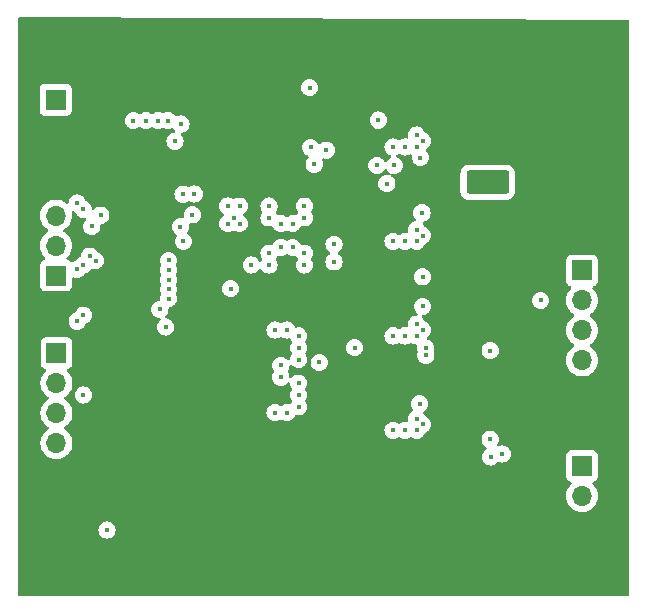
<source format=gbr>
%TF.GenerationSoftware,KiCad,Pcbnew,8.0.5*%
%TF.CreationDate,2024-10-31T12:59:41-07:00*%
%TF.ProjectId,team6_pcb,7465616d-365f-4706-9362-2e6b69636164,rev?*%
%TF.SameCoordinates,Original*%
%TF.FileFunction,Copper,L2,Inr*%
%TF.FilePolarity,Positive*%
%FSLAX46Y46*%
G04 Gerber Fmt 4.6, Leading zero omitted, Abs format (unit mm)*
G04 Created by KiCad (PCBNEW 8.0.5) date 2024-10-31 12:59:41*
%MOMM*%
%LPD*%
G01*
G04 APERTURE LIST*
G04 Aperture macros list*
%AMRoundRect*
0 Rectangle with rounded corners*
0 $1 Rounding radius*
0 $2 $3 $4 $5 $6 $7 $8 $9 X,Y pos of 4 corners*
0 Add a 4 corners polygon primitive as box body*
4,1,4,$2,$3,$4,$5,$6,$7,$8,$9,$2,$3,0*
0 Add four circle primitives for the rounded corners*
1,1,$1+$1,$2,$3*
1,1,$1+$1,$4,$5*
1,1,$1+$1,$6,$7*
1,1,$1+$1,$8,$9*
0 Add four rect primitives between the rounded corners*
20,1,$1+$1,$2,$3,$4,$5,0*
20,1,$1+$1,$4,$5,$6,$7,0*
20,1,$1+$1,$6,$7,$8,$9,0*
20,1,$1+$1,$8,$9,$2,$3,0*%
G04 Aperture macros list end*
%TA.AperFunction,ComponentPad*%
%ADD10RoundRect,0.250000X1.550000X-0.750000X1.550000X0.750000X-1.550000X0.750000X-1.550000X-0.750000X0*%
%TD*%
%TA.AperFunction,ComponentPad*%
%ADD11O,3.600000X2.000000*%
%TD*%
%TA.AperFunction,ComponentPad*%
%ADD12R,1.700000X1.700000*%
%TD*%
%TA.AperFunction,ComponentPad*%
%ADD13O,1.700000X1.700000*%
%TD*%
%TA.AperFunction,HeatsinkPad*%
%ADD14C,0.500000*%
%TD*%
%TA.AperFunction,ViaPad*%
%ADD15C,0.450000*%
%TD*%
G04 APERTURE END LIST*
D10*
%TO.N,VM*%
%TO.C,P9*%
X143000000Y-85000000D03*
D11*
%TO.N,GND*%
X143000000Y-80000000D03*
%TD*%
D12*
%TO.N,VCC_IO*%
%TO.C,P8*%
X106437500Y-78000000D03*
D13*
%TO.N,GND*%
X106437500Y-80540000D03*
%TD*%
D12*
%TO.N,Net-(IC1-DIR)*%
%TO.C,P2*%
X151000000Y-109000000D03*
D13*
%TO.N,Net-(IC1-STEP)*%
X151000000Y-111540000D03*
%TD*%
D12*
%TO.N,SG_TEST*%
%TO.C,P3*%
X106451400Y-92887800D03*
D13*
%TO.N,CLK16*%
X106451400Y-90347800D03*
%TO.N,DRV_EN*%
X106451400Y-87807800D03*
%TO.N,GND*%
X106451400Y-85267800D03*
%TD*%
D12*
%TO.N,A2*%
%TO.C,P10*%
X151000000Y-92460000D03*
D13*
%TO.N,A1*%
X151000000Y-95000000D03*
%TO.N,B1*%
X151000000Y-97540000D03*
%TO.N,B2*%
X151000000Y-100080000D03*
%TD*%
D12*
%TO.N,GND*%
%TO.C,P5*%
X151000000Y-116000000D03*
%TD*%
%TO.N,GND*%
%TO.C,P4*%
X151000000Y-104000000D03*
%TD*%
%TO.N,CSN*%
%TO.C,P1*%
X106500000Y-99450000D03*
D13*
%TO.N,SCK*%
X106500000Y-101990000D03*
%TO.N,SDI*%
X106500000Y-104530000D03*
%TO.N,SDO*%
X106500000Y-107070000D03*
%TD*%
D14*
%TO.N,GND*%
%TO.C,IC1*%
X114479200Y-87003000D03*
X113479200Y-87003000D03*
X112479200Y-87003000D03*
X114479200Y-88003000D03*
X113479200Y-88003000D03*
X112479200Y-88003000D03*
X114479200Y-89003000D03*
X113479200Y-89003000D03*
X112479200Y-89003000D03*
%TD*%
D15*
%TO.N,GND*%
X107281250Y-116437500D03*
X120250000Y-82250000D03*
X121750000Y-84250000D03*
X124750000Y-84250000D03*
X121500000Y-98250000D03*
X123000000Y-101500000D03*
X119750000Y-104250000D03*
X121000000Y-84250000D03*
X116000000Y-74500000D03*
X109750000Y-82000000D03*
X122500000Y-101750000D03*
X120250000Y-102750000D03*
X109250000Y-82000000D03*
X120250000Y-103500000D03*
X123250000Y-102000000D03*
X121500000Y-99000000D03*
X115750000Y-73000000D03*
X123500000Y-102500000D03*
X124750000Y-85000000D03*
X122750000Y-97750000D03*
X122000000Y-97750000D03*
X118500000Y-104250000D03*
X115750000Y-74000000D03*
X124750000Y-94000000D03*
X118000000Y-102750000D03*
X118000000Y-103500000D03*
X119500000Y-82250000D03*
X116000000Y-73500000D03*
X124750000Y-83500000D03*
X127250000Y-95250000D03*
X106281250Y-116437500D03*
X124750000Y-95250000D03*
X121500000Y-99750000D03*
X120250000Y-83000000D03*
X127250000Y-94000000D03*
%TO.N,VM*%
X121000000Y-88500000D03*
X135000000Y-106000000D03*
X137000000Y-82000000D03*
X135000000Y-90000000D03*
X136000000Y-98000000D03*
X137000000Y-105000000D03*
X124500000Y-87000000D03*
X127000000Y-104000000D03*
X127000000Y-102000000D03*
X127500000Y-88000000D03*
X122000000Y-87000000D03*
X117250000Y-90000000D03*
X126500000Y-88500000D03*
X126000000Y-97500000D03*
X126500000Y-90500000D03*
X137000000Y-89000000D03*
X121000000Y-87000000D03*
X121500000Y-88000000D03*
X136000000Y-90000000D03*
X127000000Y-100000000D03*
X127500000Y-92000000D03*
X137500000Y-97500000D03*
X137000000Y-97000000D03*
X137000000Y-106000000D03*
X127000000Y-103000000D03*
X125000000Y-97500000D03*
X127000000Y-98000000D03*
X136000000Y-106000000D03*
X122000000Y-88500000D03*
X137000000Y-81000000D03*
X124500000Y-92000000D03*
X135000000Y-82000000D03*
X125500000Y-90500000D03*
X137000000Y-98000000D03*
X137500000Y-105500000D03*
X127500000Y-91000000D03*
X127000000Y-99000000D03*
X135000000Y-98000000D03*
X126000000Y-104500000D03*
X125000000Y-104500000D03*
X127500000Y-87000000D03*
X124500000Y-88000000D03*
X125500000Y-101500000D03*
X124500000Y-91000000D03*
X125500000Y-100500000D03*
X137000000Y-90000000D03*
X125500000Y-88500000D03*
X137500000Y-89500000D03*
X137500000Y-81500000D03*
X136000000Y-82000000D03*
%TO.N,VCC_IO*%
X116535200Y-81508600D03*
X123000000Y-92000000D03*
X110781250Y-114437500D03*
X118000000Y-87750000D03*
X115250000Y-95750000D03*
%TO.N,HB2*%
X137250000Y-103750000D03*
X116000000Y-92400003D03*
%TO.N,A1*%
X130000000Y-90250000D03*
X114084465Y-79771800D03*
X147500000Y-95000000D03*
X128320800Y-83464400D03*
X130000000Y-91725000D03*
%TO.N,SDI*%
X108776098Y-91981063D03*
X108775000Y-87278000D03*
X108775000Y-96250000D03*
X108775000Y-103000000D03*
%TO.N,LA1*%
X134467600Y-85115400D03*
X113004600Y-79771800D03*
%TO.N,Net-(IC1-DIR)*%
X144246600Y-108000800D03*
X118160800Y-85979000D03*
%TO.N,SG_TEST*%
X117000000Y-88750000D03*
%TO.N,Net-(IC1-STEP)*%
X117221000Y-86004400D03*
%TO.N,LB2*%
X137775007Y-99649521D03*
X115750000Y-97250000D03*
X143225000Y-106750000D03*
X143250000Y-108250000D03*
%TO.N,HB1*%
X116000000Y-91600000D03*
X137500000Y-95500000D03*
%TO.N,SDO*%
X108250000Y-92362800D03*
X108250000Y-96750000D03*
X108250000Y-86750000D03*
%TO.N,A2*%
X137312400Y-82900000D03*
X127939800Y-76987400D03*
X115112800Y-79771800D03*
%TO.N,SCK*%
X109815621Y-91624843D03*
X110250000Y-87778000D03*
%TO.N,B2*%
X137750000Y-99000000D03*
X116000000Y-93250000D03*
X131750000Y-99000000D03*
X128750000Y-100250000D03*
X143225000Y-99250000D03*
%TO.N,CSN*%
X109487200Y-88728000D03*
X109300000Y-91229073D03*
%TO.N,B1*%
X116000000Y-94050003D03*
X121250000Y-94000000D03*
%TO.N,HA2*%
X133756400Y-79730600D03*
X129362200Y-82270600D03*
X128025600Y-82042000D03*
X115951000Y-79771800D03*
%TO.N,HA1*%
X133629400Y-83566000D03*
X137439400Y-87579200D03*
X135102600Y-83566000D03*
X117043200Y-80060800D03*
%TO.N,LB1*%
X116000000Y-94850006D03*
X137500000Y-93000000D03*
%TD*%
%TA.AperFunction,Conductor*%
%TO.N,GND*%
G36*
X154876052Y-71238389D02*
G01*
X154943000Y-71258369D01*
X154988521Y-71311375D01*
X154999500Y-71362387D01*
X154999500Y-119875500D01*
X154979815Y-119942539D01*
X154927011Y-119988294D01*
X154875500Y-119999500D01*
X103374500Y-119999500D01*
X103307461Y-119979815D01*
X103261706Y-119927011D01*
X103250500Y-119875500D01*
X103250500Y-114437496D01*
X110051159Y-114437496D01*
X110051159Y-114437503D01*
X110069462Y-114599955D01*
X110123460Y-114754274D01*
X110123461Y-114754275D01*
X110210442Y-114892704D01*
X110326046Y-115008308D01*
X110464475Y-115095289D01*
X110618789Y-115149286D01*
X110618792Y-115149286D01*
X110618794Y-115149287D01*
X110781246Y-115167591D01*
X110781250Y-115167591D01*
X110781254Y-115167591D01*
X110943705Y-115149287D01*
X110943706Y-115149286D01*
X110943711Y-115149286D01*
X111098025Y-115095289D01*
X111236454Y-115008308D01*
X111352058Y-114892704D01*
X111439039Y-114754275D01*
X111493036Y-114599961D01*
X111511341Y-114437500D01*
X111493036Y-114275039D01*
X111439039Y-114120725D01*
X111352058Y-113982296D01*
X111236454Y-113866692D01*
X111098024Y-113779710D01*
X110943705Y-113725712D01*
X110781254Y-113707409D01*
X110781246Y-113707409D01*
X110618794Y-113725712D01*
X110464475Y-113779710D01*
X110326045Y-113866692D01*
X110210442Y-113982295D01*
X110123460Y-114120725D01*
X110069462Y-114275044D01*
X110051159Y-114437496D01*
X103250500Y-114437496D01*
X103250500Y-111539999D01*
X149644341Y-111539999D01*
X149644341Y-111540000D01*
X149664936Y-111775403D01*
X149664938Y-111775413D01*
X149726094Y-112003655D01*
X149726096Y-112003659D01*
X149726097Y-112003663D01*
X149825965Y-112217830D01*
X149825967Y-112217834D01*
X149934281Y-112372521D01*
X149961505Y-112411401D01*
X150128599Y-112578495D01*
X150225384Y-112646265D01*
X150322165Y-112714032D01*
X150322167Y-112714033D01*
X150322170Y-112714035D01*
X150536337Y-112813903D01*
X150764592Y-112875063D01*
X150952918Y-112891539D01*
X150999999Y-112895659D01*
X151000000Y-112895659D01*
X151000001Y-112895659D01*
X151039234Y-112892226D01*
X151235408Y-112875063D01*
X151463663Y-112813903D01*
X151677830Y-112714035D01*
X151871401Y-112578495D01*
X152038495Y-112411401D01*
X152174035Y-112217830D01*
X152273903Y-112003663D01*
X152335063Y-111775408D01*
X152355659Y-111540000D01*
X152335063Y-111304592D01*
X152273903Y-111076337D01*
X152174035Y-110862171D01*
X152038495Y-110668599D01*
X151916567Y-110546671D01*
X151883084Y-110485351D01*
X151888068Y-110415659D01*
X151929939Y-110359725D01*
X151960915Y-110342810D01*
X152092331Y-110293796D01*
X152207546Y-110207546D01*
X152293796Y-110092331D01*
X152344091Y-109957483D01*
X152350500Y-109897873D01*
X152350499Y-108102128D01*
X152344091Y-108042517D01*
X152293796Y-107907669D01*
X152293795Y-107907668D01*
X152293793Y-107907664D01*
X152207547Y-107792455D01*
X152207544Y-107792452D01*
X152092335Y-107706206D01*
X152092328Y-107706202D01*
X151957482Y-107655908D01*
X151957483Y-107655908D01*
X151897883Y-107649501D01*
X151897881Y-107649500D01*
X151897873Y-107649500D01*
X151897864Y-107649500D01*
X150102129Y-107649500D01*
X150102123Y-107649501D01*
X150042516Y-107655908D01*
X149907671Y-107706202D01*
X149907664Y-107706206D01*
X149792455Y-107792452D01*
X149792452Y-107792455D01*
X149706206Y-107907664D01*
X149706202Y-107907671D01*
X149655908Y-108042517D01*
X149651068Y-108087539D01*
X149649501Y-108102123D01*
X149649500Y-108102135D01*
X149649500Y-109897870D01*
X149649501Y-109897876D01*
X149655908Y-109957483D01*
X149706202Y-110092328D01*
X149706206Y-110092335D01*
X149792452Y-110207544D01*
X149792455Y-110207547D01*
X149907664Y-110293793D01*
X149907671Y-110293797D01*
X150039081Y-110342810D01*
X150095015Y-110384681D01*
X150119432Y-110450145D01*
X150104580Y-110518418D01*
X150083430Y-110546673D01*
X149961503Y-110668600D01*
X149825965Y-110862169D01*
X149825964Y-110862171D01*
X149726098Y-111076335D01*
X149726094Y-111076344D01*
X149664938Y-111304586D01*
X149664936Y-111304596D01*
X149644341Y-111539999D01*
X103250500Y-111539999D01*
X103250500Y-101989999D01*
X105144341Y-101989999D01*
X105144341Y-101990000D01*
X105164936Y-102225403D01*
X105164938Y-102225413D01*
X105226094Y-102453655D01*
X105226096Y-102453659D01*
X105226097Y-102453663D01*
X105268593Y-102544795D01*
X105325965Y-102667830D01*
X105325967Y-102667834D01*
X105461501Y-102861395D01*
X105461506Y-102861402D01*
X105628597Y-103028493D01*
X105628603Y-103028498D01*
X105814158Y-103158425D01*
X105857783Y-103213002D01*
X105864977Y-103282500D01*
X105833454Y-103344855D01*
X105814158Y-103361575D01*
X105628597Y-103491505D01*
X105461505Y-103658597D01*
X105325965Y-103852169D01*
X105325964Y-103852171D01*
X105226098Y-104066335D01*
X105226094Y-104066344D01*
X105164938Y-104294586D01*
X105164936Y-104294596D01*
X105144341Y-104529999D01*
X105144341Y-104530000D01*
X105164936Y-104765403D01*
X105164938Y-104765413D01*
X105226094Y-104993655D01*
X105226096Y-104993659D01*
X105226097Y-104993663D01*
X105325965Y-105207830D01*
X105325967Y-105207834D01*
X105461501Y-105401395D01*
X105461506Y-105401402D01*
X105628597Y-105568493D01*
X105628603Y-105568498D01*
X105814158Y-105698425D01*
X105857783Y-105753002D01*
X105864977Y-105822500D01*
X105833454Y-105884855D01*
X105814158Y-105901575D01*
X105628597Y-106031505D01*
X105461505Y-106198597D01*
X105325965Y-106392169D01*
X105325964Y-106392171D01*
X105226098Y-106606335D01*
X105226094Y-106606344D01*
X105164938Y-106834586D01*
X105164936Y-106834596D01*
X105144341Y-107069999D01*
X105144341Y-107070000D01*
X105164936Y-107305403D01*
X105164938Y-107305413D01*
X105226094Y-107533655D01*
X105226096Y-107533659D01*
X105226097Y-107533663D01*
X105306555Y-107706206D01*
X105325965Y-107747830D01*
X105325967Y-107747834D01*
X105434281Y-107902521D01*
X105461505Y-107941401D01*
X105628599Y-108108495D01*
X105706804Y-108163255D01*
X105822165Y-108244032D01*
X105822167Y-108244033D01*
X105822170Y-108244035D01*
X106036337Y-108343903D01*
X106264592Y-108405063D01*
X106452918Y-108421539D01*
X106499999Y-108425659D01*
X106500000Y-108425659D01*
X106500001Y-108425659D01*
X106539234Y-108422226D01*
X106735408Y-108405063D01*
X106963663Y-108343903D01*
X107177830Y-108244035D01*
X107371401Y-108108495D01*
X107538495Y-107941401D01*
X107674035Y-107747830D01*
X107773903Y-107533663D01*
X107835063Y-107305408D01*
X107855659Y-107070000D01*
X107835063Y-106834592D01*
X107812396Y-106749996D01*
X142494909Y-106749996D01*
X142494909Y-106750003D01*
X142513212Y-106912455D01*
X142567210Y-107066774D01*
X142654192Y-107205204D01*
X142769795Y-107320807D01*
X142769801Y-107320812D01*
X142900380Y-107402861D01*
X142946671Y-107455195D01*
X142957319Y-107524249D01*
X142928944Y-107588097D01*
X142900381Y-107612847D01*
X142794798Y-107679190D01*
X142794795Y-107679192D01*
X142679192Y-107794795D01*
X142592210Y-107933225D01*
X142538212Y-108087544D01*
X142519909Y-108249996D01*
X142519909Y-108250003D01*
X142538212Y-108412455D01*
X142592210Y-108566774D01*
X142627334Y-108622673D01*
X142679192Y-108705204D01*
X142794796Y-108820808D01*
X142933225Y-108907789D01*
X143087539Y-108961786D01*
X143087542Y-108961786D01*
X143087544Y-108961787D01*
X143249996Y-108980091D01*
X143250000Y-108980091D01*
X143250004Y-108980091D01*
X143412455Y-108961787D01*
X143412456Y-108961786D01*
X143412461Y-108961786D01*
X143566775Y-108907789D01*
X143705204Y-108820808D01*
X143820808Y-108705204D01*
X143820808Y-108705203D01*
X143825732Y-108700280D01*
X143827247Y-108701795D01*
X143875977Y-108667585D01*
X143945789Y-108664729D01*
X143956699Y-108667992D01*
X144084139Y-108712586D01*
X144084142Y-108712586D01*
X144084144Y-108712587D01*
X144246596Y-108730891D01*
X144246600Y-108730891D01*
X144246604Y-108730891D01*
X144409055Y-108712587D01*
X144409056Y-108712586D01*
X144409061Y-108712586D01*
X144563375Y-108658589D01*
X144701804Y-108571608D01*
X144817408Y-108456004D01*
X144904389Y-108317575D01*
X144958386Y-108163261D01*
X144958387Y-108163255D01*
X144976691Y-108000803D01*
X144976691Y-108000796D01*
X144958387Y-107838344D01*
X144958386Y-107838342D01*
X144958386Y-107838339D01*
X144904389Y-107684025D01*
X144817408Y-107545596D01*
X144701804Y-107429992D01*
X144666468Y-107407789D01*
X144563374Y-107343010D01*
X144409055Y-107289012D01*
X144246604Y-107270709D01*
X144246596Y-107270709D01*
X144084143Y-107289012D01*
X143981528Y-107324918D01*
X143911749Y-107328479D01*
X143851122Y-107293749D01*
X143818896Y-107231756D01*
X143825302Y-107162180D01*
X143835578Y-107141909D01*
X143882789Y-107066775D01*
X143936786Y-106912461D01*
X143936787Y-106912455D01*
X143955091Y-106750003D01*
X143955091Y-106749996D01*
X143936787Y-106587544D01*
X143936786Y-106587542D01*
X143936786Y-106587539D01*
X143882789Y-106433225D01*
X143795808Y-106294796D01*
X143680204Y-106179192D01*
X143653567Y-106162455D01*
X143541774Y-106092210D01*
X143387455Y-106038212D01*
X143225004Y-106019909D01*
X143224996Y-106019909D01*
X143062544Y-106038212D01*
X142908225Y-106092210D01*
X142769795Y-106179192D01*
X142654192Y-106294795D01*
X142567210Y-106433225D01*
X142513212Y-106587544D01*
X142494909Y-106749996D01*
X107812396Y-106749996D01*
X107773903Y-106606337D01*
X107674035Y-106392171D01*
X107621243Y-106316775D01*
X107538494Y-106198597D01*
X107371402Y-106031506D01*
X107371396Y-106031501D01*
X107326402Y-105999996D01*
X134269909Y-105999996D01*
X134269909Y-106000003D01*
X134288212Y-106162455D01*
X134342210Y-106316774D01*
X134415382Y-106433225D01*
X134429192Y-106455204D01*
X134544796Y-106570808D01*
X134683225Y-106657789D01*
X134837539Y-106711786D01*
X134837542Y-106711786D01*
X134837544Y-106711787D01*
X134999996Y-106730091D01*
X135000000Y-106730091D01*
X135000004Y-106730091D01*
X135162455Y-106711787D01*
X135162456Y-106711786D01*
X135162461Y-106711786D01*
X135316775Y-106657789D01*
X135434028Y-106584113D01*
X135501264Y-106565113D01*
X135565971Y-106584113D01*
X135683225Y-106657789D01*
X135837539Y-106711786D01*
X135837542Y-106711786D01*
X135837544Y-106711787D01*
X135999996Y-106730091D01*
X136000000Y-106730091D01*
X136000004Y-106730091D01*
X136162455Y-106711787D01*
X136162456Y-106711786D01*
X136162461Y-106711786D01*
X136316775Y-106657789D01*
X136434028Y-106584113D01*
X136501264Y-106565113D01*
X136565971Y-106584113D01*
X136683225Y-106657789D01*
X136837539Y-106711786D01*
X136837542Y-106711786D01*
X136837544Y-106711787D01*
X136999996Y-106730091D01*
X137000000Y-106730091D01*
X137000004Y-106730091D01*
X137162455Y-106711787D01*
X137162456Y-106711786D01*
X137162461Y-106711786D01*
X137316775Y-106657789D01*
X137455204Y-106570808D01*
X137570808Y-106455204D01*
X137657789Y-106316775D01*
X137679277Y-106255364D01*
X137719999Y-106198589D01*
X137755365Y-106179277D01*
X137755608Y-106179192D01*
X137816775Y-106157789D01*
X137955204Y-106070808D01*
X138070808Y-105955204D01*
X138157789Y-105816775D01*
X138211786Y-105662461D01*
X138222373Y-105568498D01*
X138230091Y-105500003D01*
X138230091Y-105499996D01*
X138211787Y-105337544D01*
X138211786Y-105337542D01*
X138211786Y-105337539D01*
X138157789Y-105183225D01*
X138070808Y-105044796D01*
X137955204Y-104929192D01*
X137816775Y-104842211D01*
X137816773Y-104842210D01*
X137755364Y-104820722D01*
X137698588Y-104780000D01*
X137679277Y-104744635D01*
X137673270Y-104727469D01*
X137657789Y-104683225D01*
X137641806Y-104657789D01*
X137587152Y-104570808D01*
X137573918Y-104549746D01*
X137554918Y-104482511D01*
X137575285Y-104415676D01*
X137612938Y-104378782D01*
X137705204Y-104320808D01*
X137820808Y-104205204D01*
X137907789Y-104066775D01*
X137961786Y-103912461D01*
X137968579Y-103852171D01*
X137980091Y-103750003D01*
X137980091Y-103749996D01*
X137961787Y-103587544D01*
X137961786Y-103587542D01*
X137961786Y-103587539D01*
X137907789Y-103433225D01*
X137820808Y-103294796D01*
X137705204Y-103179192D01*
X137672154Y-103158425D01*
X137566774Y-103092210D01*
X137412455Y-103038212D01*
X137250004Y-103019909D01*
X137249996Y-103019909D01*
X137087544Y-103038212D01*
X136933225Y-103092210D01*
X136794795Y-103179192D01*
X136679192Y-103294795D01*
X136592210Y-103433225D01*
X136538212Y-103587544D01*
X136519909Y-103749996D01*
X136519909Y-103750003D01*
X136538212Y-103912455D01*
X136538213Y-103912460D01*
X136538214Y-103912461D01*
X136546061Y-103934886D01*
X136592211Y-104066776D01*
X136676080Y-104200251D01*
X136695081Y-104267488D01*
X136674714Y-104334323D01*
X136637060Y-104371217D01*
X136544798Y-104429190D01*
X136544795Y-104429192D01*
X136429192Y-104544795D01*
X136342210Y-104683225D01*
X136288212Y-104837544D01*
X136269909Y-104999996D01*
X136269909Y-105000004D01*
X136286771Y-105149668D01*
X136274716Y-105218490D01*
X136227367Y-105269869D01*
X136159756Y-105287493D01*
X136149668Y-105286771D01*
X136000004Y-105269909D01*
X135999996Y-105269909D01*
X135837544Y-105288212D01*
X135683225Y-105342210D01*
X135565972Y-105415886D01*
X135498735Y-105434886D01*
X135434028Y-105415886D01*
X135316774Y-105342210D01*
X135162455Y-105288212D01*
X135000004Y-105269909D01*
X134999996Y-105269909D01*
X134837544Y-105288212D01*
X134683225Y-105342210D01*
X134544795Y-105429192D01*
X134429192Y-105544795D01*
X134342210Y-105683225D01*
X134288212Y-105837544D01*
X134269909Y-105999996D01*
X107326402Y-105999996D01*
X107185842Y-105901575D01*
X107142217Y-105846998D01*
X107135023Y-105777500D01*
X107166546Y-105715145D01*
X107185842Y-105698425D01*
X107237212Y-105662455D01*
X107371401Y-105568495D01*
X107538495Y-105401401D01*
X107674035Y-105207830D01*
X107773903Y-104993663D01*
X107835063Y-104765408D01*
X107855659Y-104530000D01*
X107835063Y-104294592D01*
X107773903Y-104066337D01*
X107674035Y-103852171D01*
X107667061Y-103842210D01*
X107538494Y-103658597D01*
X107371402Y-103491506D01*
X107371396Y-103491501D01*
X107185842Y-103361575D01*
X107142217Y-103306998D01*
X107135023Y-103237500D01*
X107166546Y-103175145D01*
X107185842Y-103158425D01*
X107280405Y-103092211D01*
X107371401Y-103028495D01*
X107399900Y-102999996D01*
X108044909Y-102999996D01*
X108044909Y-103000003D01*
X108063212Y-103162455D01*
X108117210Y-103316774D01*
X108134855Y-103344855D01*
X108204192Y-103455204D01*
X108319796Y-103570808D01*
X108458225Y-103657789D01*
X108612539Y-103711786D01*
X108612542Y-103711786D01*
X108612544Y-103711787D01*
X108774996Y-103730091D01*
X108775000Y-103730091D01*
X108775004Y-103730091D01*
X108937455Y-103711787D01*
X108937456Y-103711786D01*
X108937461Y-103711786D01*
X109091775Y-103657789D01*
X109230204Y-103570808D01*
X109345808Y-103455204D01*
X109432789Y-103316775D01*
X109486786Y-103162461D01*
X109487241Y-103158425D01*
X109505091Y-103000003D01*
X109505091Y-102999996D01*
X109486787Y-102837544D01*
X109486786Y-102837542D01*
X109486786Y-102837539D01*
X109432789Y-102683225D01*
X109345808Y-102544796D01*
X109230204Y-102429192D01*
X109091774Y-102342210D01*
X108937455Y-102288212D01*
X108775004Y-102269909D01*
X108774996Y-102269909D01*
X108612544Y-102288212D01*
X108458225Y-102342210D01*
X108319795Y-102429192D01*
X108204192Y-102544795D01*
X108117210Y-102683225D01*
X108063212Y-102837544D01*
X108044909Y-102999996D01*
X107399900Y-102999996D01*
X107538495Y-102861401D01*
X107674035Y-102667830D01*
X107773903Y-102453663D01*
X107835063Y-102225408D01*
X107855659Y-101990000D01*
X107835063Y-101754592D01*
X107778849Y-101544795D01*
X107773905Y-101526344D01*
X107773904Y-101526343D01*
X107773903Y-101526337D01*
X107674035Y-101312171D01*
X107657260Y-101288214D01*
X107538496Y-101118600D01*
X107485868Y-101065972D01*
X107416567Y-100996671D01*
X107383084Y-100935351D01*
X107388068Y-100865659D01*
X107429939Y-100809725D01*
X107460915Y-100792810D01*
X107592331Y-100743796D01*
X107707546Y-100657546D01*
X107793796Y-100542331D01*
X107844091Y-100407483D01*
X107850500Y-100347873D01*
X107850499Y-98552128D01*
X107844091Y-98492517D01*
X107830174Y-98455204D01*
X107793797Y-98357671D01*
X107793793Y-98357664D01*
X107707547Y-98242455D01*
X107707544Y-98242452D01*
X107592335Y-98156206D01*
X107592328Y-98156202D01*
X107457482Y-98105908D01*
X107457483Y-98105908D01*
X107397883Y-98099501D01*
X107397881Y-98099500D01*
X107397873Y-98099500D01*
X107397864Y-98099500D01*
X105602129Y-98099500D01*
X105602123Y-98099501D01*
X105542516Y-98105908D01*
X105407671Y-98156202D01*
X105407664Y-98156206D01*
X105292455Y-98242452D01*
X105292452Y-98242455D01*
X105206206Y-98357664D01*
X105206202Y-98357671D01*
X105155908Y-98492517D01*
X105150288Y-98544795D01*
X105149501Y-98552123D01*
X105149500Y-98552135D01*
X105149500Y-100347870D01*
X105149501Y-100347876D01*
X105155908Y-100407483D01*
X105206202Y-100542328D01*
X105206206Y-100542335D01*
X105292452Y-100657544D01*
X105292455Y-100657547D01*
X105407664Y-100743793D01*
X105407671Y-100743797D01*
X105539081Y-100792810D01*
X105595015Y-100834681D01*
X105619432Y-100900145D01*
X105604580Y-100968418D01*
X105583430Y-100996673D01*
X105461503Y-101118600D01*
X105325965Y-101312169D01*
X105325964Y-101312171D01*
X105226098Y-101526335D01*
X105226094Y-101526344D01*
X105164938Y-101754586D01*
X105164936Y-101754596D01*
X105144341Y-101989999D01*
X103250500Y-101989999D01*
X103250500Y-96749996D01*
X107519909Y-96749996D01*
X107519909Y-96750003D01*
X107538212Y-96912455D01*
X107538213Y-96912460D01*
X107538214Y-96912461D01*
X107544068Y-96929192D01*
X107592210Y-97066774D01*
X107605258Y-97087539D01*
X107679192Y-97205204D01*
X107794796Y-97320808D01*
X107933225Y-97407789D01*
X108087539Y-97461786D01*
X108087542Y-97461786D01*
X108087544Y-97461787D01*
X108249996Y-97480091D01*
X108250000Y-97480091D01*
X108250004Y-97480091D01*
X108412455Y-97461787D01*
X108412456Y-97461786D01*
X108412461Y-97461786D01*
X108566775Y-97407789D01*
X108705204Y-97320808D01*
X108820808Y-97205204D01*
X108907789Y-97066775D01*
X108925789Y-97015332D01*
X108966511Y-96958557D01*
X109001875Y-96939245D01*
X109091775Y-96907789D01*
X109230204Y-96820808D01*
X109345808Y-96705204D01*
X109432789Y-96566775D01*
X109486786Y-96412461D01*
X109486787Y-96412455D01*
X109505091Y-96250003D01*
X109505091Y-96249996D01*
X109486787Y-96087544D01*
X109486786Y-96087542D01*
X109486786Y-96087539D01*
X109432789Y-95933225D01*
X109345808Y-95794796D01*
X109301008Y-95749996D01*
X114519909Y-95749996D01*
X114519909Y-95750003D01*
X114538212Y-95912455D01*
X114592210Y-96066774D01*
X114666588Y-96185145D01*
X114679192Y-96205204D01*
X114794796Y-96320808D01*
X114933225Y-96407789D01*
X115087539Y-96461786D01*
X115087542Y-96461786D01*
X115087544Y-96461787D01*
X115179404Y-96472136D01*
X115213329Y-96475959D01*
X115277743Y-96503025D01*
X115317298Y-96560620D01*
X115319436Y-96630457D01*
X115287128Y-96686860D01*
X115179191Y-96794797D01*
X115092210Y-96933225D01*
X115038212Y-97087544D01*
X115019909Y-97249996D01*
X115019909Y-97250003D01*
X115038212Y-97412455D01*
X115038213Y-97412460D01*
X115038214Y-97412461D01*
X115044068Y-97429192D01*
X115092210Y-97566774D01*
X115092211Y-97566775D01*
X115179192Y-97705204D01*
X115294796Y-97820808D01*
X115433225Y-97907789D01*
X115587539Y-97961786D01*
X115587542Y-97961786D01*
X115587544Y-97961787D01*
X115749996Y-97980091D01*
X115750000Y-97980091D01*
X115750004Y-97980091D01*
X115912455Y-97961787D01*
X115912456Y-97961786D01*
X115912461Y-97961786D01*
X116066775Y-97907789D01*
X116205204Y-97820808D01*
X116320808Y-97705204D01*
X116407789Y-97566775D01*
X116431156Y-97499996D01*
X124269909Y-97499996D01*
X124269909Y-97500003D01*
X124288212Y-97662455D01*
X124342210Y-97816774D01*
X124342211Y-97816775D01*
X124429192Y-97955204D01*
X124544796Y-98070808D01*
X124683225Y-98157789D01*
X124837539Y-98211786D01*
X124837542Y-98211786D01*
X124837544Y-98211787D01*
X124999996Y-98230091D01*
X125000000Y-98230091D01*
X125000004Y-98230091D01*
X125162455Y-98211787D01*
X125162456Y-98211786D01*
X125162461Y-98211786D01*
X125316775Y-98157789D01*
X125434028Y-98084113D01*
X125501264Y-98065113D01*
X125565971Y-98084113D01*
X125600659Y-98105909D01*
X125680705Y-98156206D01*
X125683225Y-98157789D01*
X125837539Y-98211786D01*
X125837542Y-98211786D01*
X125837544Y-98211787D01*
X125999996Y-98230091D01*
X126000000Y-98230091D01*
X126000004Y-98230091D01*
X126162454Y-98211787D01*
X126162454Y-98211786D01*
X126162461Y-98211786D01*
X126172829Y-98208157D01*
X126242605Y-98204594D01*
X126303233Y-98239320D01*
X126330826Y-98284242D01*
X126342209Y-98316773D01*
X126415886Y-98434028D01*
X126434886Y-98501265D01*
X126415886Y-98565972D01*
X126342210Y-98683225D01*
X126288212Y-98837544D01*
X126269909Y-98999996D01*
X126269909Y-99000003D01*
X126288212Y-99162455D01*
X126342210Y-99316774D01*
X126415886Y-99434028D01*
X126434886Y-99501265D01*
X126415886Y-99565972D01*
X126342210Y-99683225D01*
X126288212Y-99837544D01*
X126274040Y-99963330D01*
X126246973Y-100027744D01*
X126189379Y-100067299D01*
X126119542Y-100069436D01*
X126063139Y-100037127D01*
X125955204Y-99929192D01*
X125816774Y-99842210D01*
X125662455Y-99788212D01*
X125500004Y-99769909D01*
X125499996Y-99769909D01*
X125337544Y-99788212D01*
X125183225Y-99842210D01*
X125044795Y-99929192D01*
X124929192Y-100044795D01*
X124842210Y-100183225D01*
X124788212Y-100337544D01*
X124769909Y-100499996D01*
X124769909Y-100500003D01*
X124788212Y-100662455D01*
X124842210Y-100816774D01*
X124915886Y-100934028D01*
X124934886Y-101001265D01*
X124915886Y-101065972D01*
X124842210Y-101183225D01*
X124788212Y-101337544D01*
X124769909Y-101499996D01*
X124769909Y-101500003D01*
X124788212Y-101662455D01*
X124842210Y-101816774D01*
X124842211Y-101816775D01*
X124929192Y-101955204D01*
X125044796Y-102070808D01*
X125183225Y-102157789D01*
X125337539Y-102211786D01*
X125337542Y-102211786D01*
X125337544Y-102211787D01*
X125499996Y-102230091D01*
X125500000Y-102230091D01*
X125500004Y-102230091D01*
X125662455Y-102211787D01*
X125662456Y-102211786D01*
X125662461Y-102211786D01*
X125816775Y-102157789D01*
X125955204Y-102070808D01*
X126063142Y-101962869D01*
X126124461Y-101929387D01*
X126194153Y-101934371D01*
X126250087Y-101976242D01*
X126274040Y-102036669D01*
X126288212Y-102162455D01*
X126342210Y-102316774D01*
X126415886Y-102434028D01*
X126434886Y-102501265D01*
X126415886Y-102565972D01*
X126342210Y-102683225D01*
X126288212Y-102837544D01*
X126269909Y-102999996D01*
X126269909Y-103000003D01*
X126288212Y-103162455D01*
X126342210Y-103316774D01*
X126415886Y-103434028D01*
X126434886Y-103501265D01*
X126415886Y-103565972D01*
X126342212Y-103683222D01*
X126330827Y-103715758D01*
X126290104Y-103772533D01*
X126225151Y-103798279D01*
X126172831Y-103791842D01*
X126162460Y-103788213D01*
X126000004Y-103769909D01*
X125999996Y-103769909D01*
X125837544Y-103788212D01*
X125683225Y-103842210D01*
X125565972Y-103915886D01*
X125498735Y-103934886D01*
X125434028Y-103915886D01*
X125316774Y-103842210D01*
X125162455Y-103788212D01*
X125000004Y-103769909D01*
X124999996Y-103769909D01*
X124837544Y-103788212D01*
X124683225Y-103842210D01*
X124544795Y-103929192D01*
X124429192Y-104044795D01*
X124342210Y-104183225D01*
X124288212Y-104337544D01*
X124269909Y-104499996D01*
X124269909Y-104500003D01*
X124288212Y-104662455D01*
X124342210Y-104816774D01*
X124429192Y-104955204D01*
X124544796Y-105070808D01*
X124683225Y-105157789D01*
X124837539Y-105211786D01*
X124837542Y-105211786D01*
X124837544Y-105211787D01*
X124999996Y-105230091D01*
X125000000Y-105230091D01*
X125000004Y-105230091D01*
X125162455Y-105211787D01*
X125162456Y-105211786D01*
X125162461Y-105211786D01*
X125316775Y-105157789D01*
X125434028Y-105084113D01*
X125501264Y-105065113D01*
X125565971Y-105084113D01*
X125639777Y-105130489D01*
X125670300Y-105149668D01*
X125683225Y-105157789D01*
X125837539Y-105211786D01*
X125837542Y-105211786D01*
X125837544Y-105211787D01*
X125999996Y-105230091D01*
X126000000Y-105230091D01*
X126000004Y-105230091D01*
X126162455Y-105211787D01*
X126162456Y-105211786D01*
X126162461Y-105211786D01*
X126316775Y-105157789D01*
X126455204Y-105070808D01*
X126570808Y-104955204D01*
X126657789Y-104816775D01*
X126669172Y-104784242D01*
X126709891Y-104727469D01*
X126774843Y-104701720D01*
X126827168Y-104708157D01*
X126837542Y-104711787D01*
X126999996Y-104730091D01*
X127000000Y-104730091D01*
X127000004Y-104730091D01*
X127162455Y-104711787D01*
X127162456Y-104711786D01*
X127162461Y-104711786D01*
X127316775Y-104657789D01*
X127455204Y-104570808D01*
X127570808Y-104455204D01*
X127657789Y-104316775D01*
X127711786Y-104162461D01*
X127722567Y-104066776D01*
X127730091Y-104000003D01*
X127730091Y-103999996D01*
X127711787Y-103837544D01*
X127711786Y-103837542D01*
X127711786Y-103837539D01*
X127657789Y-103683225D01*
X127642315Y-103658599D01*
X127587152Y-103570808D01*
X127584113Y-103565971D01*
X127565113Y-103498736D01*
X127584114Y-103434027D01*
X127657788Y-103316776D01*
X127657789Y-103316775D01*
X127711786Y-103162461D01*
X127712241Y-103158425D01*
X127730091Y-103000003D01*
X127730091Y-102999996D01*
X127711787Y-102837544D01*
X127711786Y-102837542D01*
X127711786Y-102837539D01*
X127657789Y-102683225D01*
X127584113Y-102565971D01*
X127565113Y-102498736D01*
X127584114Y-102434027D01*
X127657788Y-102316776D01*
X127657789Y-102316775D01*
X127711786Y-102162461D01*
X127711787Y-102162455D01*
X127730091Y-102000003D01*
X127730091Y-101999996D01*
X127711787Y-101837544D01*
X127711786Y-101837542D01*
X127711786Y-101837539D01*
X127657789Y-101683225D01*
X127570808Y-101544796D01*
X127455204Y-101429192D01*
X127335383Y-101353903D01*
X127316774Y-101342210D01*
X127162455Y-101288212D01*
X127000004Y-101269909D01*
X126999996Y-101269909D01*
X126837544Y-101288212D01*
X126683225Y-101342210D01*
X126544797Y-101429191D01*
X126436860Y-101537128D01*
X126375537Y-101570612D01*
X126305845Y-101565628D01*
X126249912Y-101523756D01*
X126225959Y-101463329D01*
X126211787Y-101337544D01*
X126211786Y-101337542D01*
X126211786Y-101337539D01*
X126157789Y-101183225D01*
X126084113Y-101065971D01*
X126065113Y-100998736D01*
X126084114Y-100934027D01*
X126100601Y-100907789D01*
X126157789Y-100816775D01*
X126211786Y-100662461D01*
X126212313Y-100657789D01*
X126225959Y-100536670D01*
X126253025Y-100472256D01*
X126310619Y-100432701D01*
X126380456Y-100430562D01*
X126436860Y-100462872D01*
X126544796Y-100570808D01*
X126683225Y-100657789D01*
X126837539Y-100711786D01*
X126837542Y-100711786D01*
X126837544Y-100711787D01*
X126999996Y-100730091D01*
X127000000Y-100730091D01*
X127000004Y-100730091D01*
X127162455Y-100711787D01*
X127162456Y-100711786D01*
X127162461Y-100711786D01*
X127316775Y-100657789D01*
X127455204Y-100570808D01*
X127570808Y-100455204D01*
X127657789Y-100316775D01*
X127681156Y-100249996D01*
X128019909Y-100249996D01*
X128019909Y-100250003D01*
X128038212Y-100412455D01*
X128092210Y-100566774D01*
X128092211Y-100566775D01*
X128179192Y-100705204D01*
X128294796Y-100820808D01*
X128433225Y-100907789D01*
X128587539Y-100961786D01*
X128587542Y-100961786D01*
X128587544Y-100961787D01*
X128749996Y-100980091D01*
X128750000Y-100980091D01*
X128750004Y-100980091D01*
X128912455Y-100961787D01*
X128912456Y-100961786D01*
X128912461Y-100961786D01*
X129066775Y-100907789D01*
X129205204Y-100820808D01*
X129320808Y-100705204D01*
X129407789Y-100566775D01*
X129461786Y-100412461D01*
X129462347Y-100407482D01*
X129480091Y-100250003D01*
X129480091Y-100249996D01*
X129461787Y-100087544D01*
X129461786Y-100087542D01*
X129461786Y-100087539D01*
X129407789Y-99933225D01*
X129320808Y-99794796D01*
X129205204Y-99679192D01*
X129066774Y-99592210D01*
X128912455Y-99538212D01*
X128750004Y-99519909D01*
X128749996Y-99519909D01*
X128587544Y-99538212D01*
X128433225Y-99592210D01*
X128294795Y-99679192D01*
X128179192Y-99794795D01*
X128092210Y-99933225D01*
X128038212Y-100087544D01*
X128019909Y-100249996D01*
X127681156Y-100249996D01*
X127711786Y-100162461D01*
X127711787Y-100162455D01*
X127730091Y-100000003D01*
X127730091Y-99999996D01*
X127711787Y-99837544D01*
X127711786Y-99837542D01*
X127711786Y-99837539D01*
X127657789Y-99683225D01*
X127641806Y-99657789D01*
X127587152Y-99570808D01*
X127584113Y-99565971D01*
X127565113Y-99498736D01*
X127584114Y-99434027D01*
X127604587Y-99401446D01*
X127657789Y-99316775D01*
X127711786Y-99162461D01*
X127720228Y-99087539D01*
X127730091Y-99000003D01*
X127730091Y-98999996D01*
X131019909Y-98999996D01*
X131019909Y-99000003D01*
X131038212Y-99162455D01*
X131092210Y-99316774D01*
X131102246Y-99332746D01*
X131179192Y-99455204D01*
X131294796Y-99570808D01*
X131433225Y-99657789D01*
X131587539Y-99711786D01*
X131587542Y-99711786D01*
X131587544Y-99711787D01*
X131749996Y-99730091D01*
X131750000Y-99730091D01*
X131750004Y-99730091D01*
X131912455Y-99711787D01*
X131912456Y-99711786D01*
X131912461Y-99711786D01*
X132066775Y-99657789D01*
X132205204Y-99570808D01*
X132320808Y-99455204D01*
X132407789Y-99316775D01*
X132461786Y-99162461D01*
X132470228Y-99087539D01*
X132480091Y-99000003D01*
X132480091Y-98999996D01*
X132461787Y-98837544D01*
X132461786Y-98837542D01*
X132461786Y-98837539D01*
X132407789Y-98683225D01*
X132320808Y-98544796D01*
X132205204Y-98429192D01*
X132066774Y-98342210D01*
X131912455Y-98288212D01*
X131750004Y-98269909D01*
X131749996Y-98269909D01*
X131587544Y-98288212D01*
X131433225Y-98342210D01*
X131294795Y-98429192D01*
X131179192Y-98544795D01*
X131092210Y-98683225D01*
X131038212Y-98837544D01*
X131019909Y-98999996D01*
X127730091Y-98999996D01*
X127711787Y-98837544D01*
X127711786Y-98837542D01*
X127711786Y-98837539D01*
X127657789Y-98683225D01*
X127641806Y-98657789D01*
X127591984Y-98578498D01*
X127584113Y-98565971D01*
X127565113Y-98498736D01*
X127584114Y-98434027D01*
X127598331Y-98411402D01*
X127657789Y-98316775D01*
X127711786Y-98162461D01*
X127711787Y-98162455D01*
X127730091Y-98000003D01*
X127730091Y-97999996D01*
X134269909Y-97999996D01*
X134269909Y-98000003D01*
X134288212Y-98162455D01*
X134342210Y-98316774D01*
X134415886Y-98434027D01*
X134429192Y-98455204D01*
X134544796Y-98570808D01*
X134683225Y-98657789D01*
X134837539Y-98711786D01*
X134837542Y-98711786D01*
X134837544Y-98711787D01*
X134999996Y-98730091D01*
X135000000Y-98730091D01*
X135000004Y-98730091D01*
X135162455Y-98711787D01*
X135162456Y-98711786D01*
X135162461Y-98711786D01*
X135316775Y-98657789D01*
X135434028Y-98584113D01*
X135501264Y-98565113D01*
X135565971Y-98584113D01*
X135683225Y-98657789D01*
X135837539Y-98711786D01*
X135837542Y-98711786D01*
X135837544Y-98711787D01*
X135999996Y-98730091D01*
X136000000Y-98730091D01*
X136000004Y-98730091D01*
X136162455Y-98711787D01*
X136162456Y-98711786D01*
X136162461Y-98711786D01*
X136316775Y-98657789D01*
X136434028Y-98584113D01*
X136501264Y-98565113D01*
X136565971Y-98584113D01*
X136683225Y-98657789D01*
X136837539Y-98711786D01*
X136837542Y-98711786D01*
X136837544Y-98711787D01*
X136926468Y-98721806D01*
X136990882Y-98748872D01*
X137030437Y-98806467D01*
X137035805Y-98858909D01*
X137019909Y-98999996D01*
X137019909Y-99000003D01*
X137038212Y-99162454D01*
X137038213Y-99162459D01*
X137038214Y-99162461D01*
X137086856Y-99301470D01*
X137093178Y-99319538D01*
X137096739Y-99389316D01*
X137093178Y-99401446D01*
X137063220Y-99487062D01*
X137044916Y-99649517D01*
X137044916Y-99649524D01*
X137063219Y-99811976D01*
X137117217Y-99966295D01*
X137155828Y-100027744D01*
X137204199Y-100104725D01*
X137319803Y-100220329D01*
X137458232Y-100307310D01*
X137612546Y-100361307D01*
X137612549Y-100361307D01*
X137612551Y-100361308D01*
X137775003Y-100379612D01*
X137775007Y-100379612D01*
X137775011Y-100379612D01*
X137937462Y-100361308D01*
X137937463Y-100361307D01*
X137937468Y-100361307D01*
X138091782Y-100307310D01*
X138230211Y-100220329D01*
X138345815Y-100104725D01*
X138432796Y-99966296D01*
X138486793Y-99811982D01*
X138486794Y-99811976D01*
X138505098Y-99649524D01*
X138505098Y-99649517D01*
X138486794Y-99487065D01*
X138486793Y-99487062D01*
X138486793Y-99487060D01*
X138432796Y-99332746D01*
X138431828Y-99329979D01*
X138428267Y-99260200D01*
X138431263Y-99249996D01*
X142494909Y-99249996D01*
X142494909Y-99250003D01*
X142513212Y-99412455D01*
X142567210Y-99566774D01*
X142640380Y-99683223D01*
X142654192Y-99705204D01*
X142769796Y-99820808D01*
X142908225Y-99907789D01*
X143062539Y-99961786D01*
X143062542Y-99961786D01*
X143062544Y-99961787D01*
X143224996Y-99980091D01*
X143225000Y-99980091D01*
X143225004Y-99980091D01*
X143387455Y-99961787D01*
X143387456Y-99961786D01*
X143387461Y-99961786D01*
X143541775Y-99907789D01*
X143680204Y-99820808D01*
X143795808Y-99705204D01*
X143882789Y-99566775D01*
X143936786Y-99412461D01*
X143936787Y-99412455D01*
X143955091Y-99250003D01*
X143955091Y-99249996D01*
X143936787Y-99087544D01*
X143936786Y-99087542D01*
X143936786Y-99087539D01*
X143882789Y-98933225D01*
X143795808Y-98794796D01*
X143680204Y-98679192D01*
X143541774Y-98592210D01*
X143387455Y-98538212D01*
X143225004Y-98519909D01*
X143224996Y-98519909D01*
X143062544Y-98538212D01*
X142908225Y-98592210D01*
X142769795Y-98679192D01*
X142654192Y-98794795D01*
X142567210Y-98933225D01*
X142513212Y-99087544D01*
X142494909Y-99249996D01*
X138431263Y-99249996D01*
X138431823Y-99248087D01*
X138461786Y-99162461D01*
X138470228Y-99087539D01*
X138480091Y-99000003D01*
X138480091Y-98999996D01*
X138461787Y-98837544D01*
X138461786Y-98837542D01*
X138461786Y-98837539D01*
X138407789Y-98683225D01*
X138320808Y-98544796D01*
X138205204Y-98429192D01*
X138066775Y-98342211D01*
X137960714Y-98305098D01*
X137903939Y-98264377D01*
X137878192Y-98199424D01*
X137891648Y-98130863D01*
X137935697Y-98083064D01*
X137955204Y-98070808D01*
X138070808Y-97955204D01*
X138157789Y-97816775D01*
X138211786Y-97662461D01*
X138211787Y-97662455D01*
X138230091Y-97500003D01*
X138230091Y-97499996D01*
X138211787Y-97337544D01*
X138211786Y-97337542D01*
X138211786Y-97337539D01*
X138157789Y-97183225D01*
X138070808Y-97044796D01*
X137955204Y-96929192D01*
X137928567Y-96912455D01*
X137816777Y-96842212D01*
X137816773Y-96842210D01*
X137755364Y-96820722D01*
X137698588Y-96780000D01*
X137679277Y-96744635D01*
X137657789Y-96683225D01*
X137648598Y-96668597D01*
X137570808Y-96544796D01*
X137462872Y-96436860D01*
X137429387Y-96375537D01*
X137434371Y-96305845D01*
X137476243Y-96249912D01*
X137536669Y-96225959D01*
X137594299Y-96219466D01*
X137662455Y-96211787D01*
X137662456Y-96211786D01*
X137662461Y-96211786D01*
X137816775Y-96157789D01*
X137955204Y-96070808D01*
X138070808Y-95955204D01*
X138157789Y-95816775D01*
X138211786Y-95662461D01*
X138211787Y-95662455D01*
X138230091Y-95500003D01*
X138230091Y-95499996D01*
X138211787Y-95337544D01*
X138211786Y-95337542D01*
X138211786Y-95337539D01*
X138157789Y-95183225D01*
X138070808Y-95044796D01*
X138026008Y-94999996D01*
X146769909Y-94999996D01*
X146769909Y-95000003D01*
X146788212Y-95162455D01*
X146842210Y-95316774D01*
X146842211Y-95316775D01*
X146929192Y-95455204D01*
X147044796Y-95570808D01*
X147183225Y-95657789D01*
X147337539Y-95711786D01*
X147337542Y-95711786D01*
X147337544Y-95711787D01*
X147499996Y-95730091D01*
X147500000Y-95730091D01*
X147500004Y-95730091D01*
X147662455Y-95711787D01*
X147662456Y-95711786D01*
X147662461Y-95711786D01*
X147816775Y-95657789D01*
X147955204Y-95570808D01*
X148070808Y-95455204D01*
X148157789Y-95316775D01*
X148211786Y-95162461D01*
X148211787Y-95162455D01*
X148230091Y-95000003D01*
X148230091Y-94999999D01*
X149644341Y-94999999D01*
X149644341Y-95000000D01*
X149664936Y-95235403D01*
X149664938Y-95235413D01*
X149726094Y-95463655D01*
X149726096Y-95463659D01*
X149726097Y-95463663D01*
X149818798Y-95662461D01*
X149825965Y-95677830D01*
X149825967Y-95677834D01*
X149961501Y-95871395D01*
X149961506Y-95871402D01*
X150128597Y-96038493D01*
X150128603Y-96038498D01*
X150314158Y-96168425D01*
X150357783Y-96223002D01*
X150364977Y-96292500D01*
X150333454Y-96354855D01*
X150314158Y-96371575D01*
X150128597Y-96501505D01*
X149961505Y-96668597D01*
X149825965Y-96862169D01*
X149825964Y-96862171D01*
X149726098Y-97076335D01*
X149726094Y-97076344D01*
X149664938Y-97304586D01*
X149664936Y-97304596D01*
X149644341Y-97539999D01*
X149644341Y-97540000D01*
X149664936Y-97775403D01*
X149664938Y-97775413D01*
X149726094Y-98003655D01*
X149726096Y-98003659D01*
X149726097Y-98003663D01*
X149785412Y-98130863D01*
X149825965Y-98217830D01*
X149825967Y-98217834D01*
X149961501Y-98411395D01*
X149961506Y-98411402D01*
X150128597Y-98578493D01*
X150128603Y-98578498D01*
X150314158Y-98708425D01*
X150357783Y-98763002D01*
X150364977Y-98832500D01*
X150333454Y-98894855D01*
X150314158Y-98911575D01*
X150128597Y-99041505D01*
X149961505Y-99208597D01*
X149825965Y-99402169D01*
X149825964Y-99402171D01*
X149726098Y-99616335D01*
X149726094Y-99616344D01*
X149664938Y-99844586D01*
X149664936Y-99844596D01*
X149644341Y-100079999D01*
X149644341Y-100080000D01*
X149664936Y-100315403D01*
X149664938Y-100315413D01*
X149726094Y-100543655D01*
X149726096Y-100543659D01*
X149726097Y-100543663D01*
X149738755Y-100570808D01*
X149825965Y-100757830D01*
X149825967Y-100757834D01*
X149934281Y-100912521D01*
X149961505Y-100951401D01*
X150128599Y-101118495D01*
X150221040Y-101183223D01*
X150322165Y-101254032D01*
X150322167Y-101254033D01*
X150322170Y-101254035D01*
X150536337Y-101353903D01*
X150764592Y-101415063D01*
X150926084Y-101429192D01*
X150999999Y-101435659D01*
X151000000Y-101435659D01*
X151000001Y-101435659D01*
X151073916Y-101429192D01*
X151235408Y-101415063D01*
X151463663Y-101353903D01*
X151677830Y-101254035D01*
X151871401Y-101118495D01*
X152038495Y-100951401D01*
X152174035Y-100757830D01*
X152273903Y-100543663D01*
X152335063Y-100315408D01*
X152355659Y-100080000D01*
X152335063Y-99844592D01*
X152273903Y-99616337D01*
X152174035Y-99402171D01*
X152173528Y-99401446D01*
X152038494Y-99208597D01*
X151871402Y-99041506D01*
X151871396Y-99041501D01*
X151685842Y-98911575D01*
X151642217Y-98856998D01*
X151635023Y-98787500D01*
X151666546Y-98725145D01*
X151685842Y-98708425D01*
X151727591Y-98679192D01*
X151871401Y-98578495D01*
X152038495Y-98411401D01*
X152174035Y-98217830D01*
X152273903Y-98003663D01*
X152335063Y-97775408D01*
X152355659Y-97540000D01*
X152335063Y-97304592D01*
X152273903Y-97076337D01*
X152174035Y-96862171D01*
X152160059Y-96842210D01*
X152038494Y-96668597D01*
X151871402Y-96501506D01*
X151871396Y-96501501D01*
X151685842Y-96371575D01*
X151642217Y-96316998D01*
X151635023Y-96247500D01*
X151666546Y-96185145D01*
X151685842Y-96168425D01*
X151708026Y-96152891D01*
X151871401Y-96038495D01*
X152038495Y-95871401D01*
X152174035Y-95677830D01*
X152273903Y-95463663D01*
X152335063Y-95235408D01*
X152355659Y-95000000D01*
X152335063Y-94764592D01*
X152273903Y-94536337D01*
X152174035Y-94322171D01*
X152150258Y-94288214D01*
X152038496Y-94128600D01*
X152005240Y-94095344D01*
X151916567Y-94006671D01*
X151883084Y-93945351D01*
X151888068Y-93875659D01*
X151929939Y-93819725D01*
X151960915Y-93802810D01*
X152092331Y-93753796D01*
X152207546Y-93667546D01*
X152293796Y-93552331D01*
X152344091Y-93417483D01*
X152350500Y-93357873D01*
X152350499Y-91562128D01*
X152344091Y-91502517D01*
X152343152Y-91500000D01*
X152293797Y-91367671D01*
X152293793Y-91367664D01*
X152207547Y-91252455D01*
X152207544Y-91252452D01*
X152092335Y-91166206D01*
X152092328Y-91166202D01*
X151957482Y-91115908D01*
X151957483Y-91115908D01*
X151897883Y-91109501D01*
X151897881Y-91109500D01*
X151897873Y-91109500D01*
X151897864Y-91109500D01*
X150102129Y-91109500D01*
X150102123Y-91109501D01*
X150042516Y-91115908D01*
X149907671Y-91166202D01*
X149907664Y-91166206D01*
X149792455Y-91252452D01*
X149792452Y-91252455D01*
X149706206Y-91367664D01*
X149706202Y-91367671D01*
X149655908Y-91502517D01*
X149649501Y-91562116D01*
X149649501Y-91562123D01*
X149649500Y-91562135D01*
X149649500Y-93357870D01*
X149649501Y-93357876D01*
X149655908Y-93417483D01*
X149706202Y-93552328D01*
X149706206Y-93552335D01*
X149792452Y-93667544D01*
X149792455Y-93667547D01*
X149907664Y-93753793D01*
X149907671Y-93753797D01*
X150039081Y-93802810D01*
X150095015Y-93844681D01*
X150119432Y-93910145D01*
X150104580Y-93978418D01*
X150083430Y-94006673D01*
X149961503Y-94128600D01*
X149825965Y-94322169D01*
X149825964Y-94322171D01*
X149726098Y-94536335D01*
X149726094Y-94536344D01*
X149664938Y-94764586D01*
X149664936Y-94764596D01*
X149644341Y-94999999D01*
X148230091Y-94999999D01*
X148230091Y-94999996D01*
X148211787Y-94837544D01*
X148211786Y-94837542D01*
X148211786Y-94837539D01*
X148157789Y-94683225D01*
X148070808Y-94544796D01*
X147955204Y-94429192D01*
X147855865Y-94366773D01*
X147816774Y-94342210D01*
X147662455Y-94288212D01*
X147500004Y-94269909D01*
X147499996Y-94269909D01*
X147337544Y-94288212D01*
X147183225Y-94342210D01*
X147044795Y-94429192D01*
X146929192Y-94544795D01*
X146842210Y-94683225D01*
X146788212Y-94837544D01*
X146769909Y-94999996D01*
X138026008Y-94999996D01*
X137955204Y-94929192D01*
X137896564Y-94892346D01*
X137816774Y-94842210D01*
X137662455Y-94788212D01*
X137500004Y-94769909D01*
X137499996Y-94769909D01*
X137337544Y-94788212D01*
X137183225Y-94842210D01*
X137044795Y-94929192D01*
X136929192Y-95044795D01*
X136842210Y-95183225D01*
X136788212Y-95337544D01*
X136769909Y-95499996D01*
X136769909Y-95500003D01*
X136788212Y-95662455D01*
X136842210Y-95816774D01*
X136929192Y-95955204D01*
X137037127Y-96063139D01*
X137070612Y-96124462D01*
X137065628Y-96194154D01*
X137023756Y-96250087D01*
X136963330Y-96274040D01*
X136837544Y-96288212D01*
X136683225Y-96342210D01*
X136544795Y-96429192D01*
X136429192Y-96544795D01*
X136342210Y-96683225D01*
X136288212Y-96837544D01*
X136269909Y-96999996D01*
X136269909Y-97000004D01*
X136286771Y-97149668D01*
X136274716Y-97218490D01*
X136227367Y-97269869D01*
X136159756Y-97287493D01*
X136149668Y-97286771D01*
X136000004Y-97269909D01*
X135999996Y-97269909D01*
X135837544Y-97288212D01*
X135683225Y-97342210D01*
X135565972Y-97415886D01*
X135498735Y-97434886D01*
X135434028Y-97415886D01*
X135316774Y-97342210D01*
X135162455Y-97288212D01*
X135000004Y-97269909D01*
X134999996Y-97269909D01*
X134837544Y-97288212D01*
X134683225Y-97342210D01*
X134544795Y-97429192D01*
X134429192Y-97544795D01*
X134342210Y-97683225D01*
X134288212Y-97837544D01*
X134269909Y-97999996D01*
X127730091Y-97999996D01*
X127711787Y-97837544D01*
X127711786Y-97837542D01*
X127711786Y-97837539D01*
X127657789Y-97683225D01*
X127570808Y-97544796D01*
X127455204Y-97429192D01*
X127428567Y-97412455D01*
X127316774Y-97342210D01*
X127162455Y-97288212D01*
X127000004Y-97269909D01*
X126999996Y-97269909D01*
X126837540Y-97288213D01*
X126837539Y-97288213D01*
X126827166Y-97291843D01*
X126757387Y-97295404D01*
X126696760Y-97260674D01*
X126669171Y-97215754D01*
X126657789Y-97183224D01*
X126590631Y-97076344D01*
X126570808Y-97044796D01*
X126455204Y-96929192D01*
X126428567Y-96912455D01*
X126316774Y-96842210D01*
X126162455Y-96788212D01*
X126000004Y-96769909D01*
X125999996Y-96769909D01*
X125837544Y-96788212D01*
X125683225Y-96842210D01*
X125565972Y-96915886D01*
X125498735Y-96934886D01*
X125434028Y-96915886D01*
X125316774Y-96842210D01*
X125162455Y-96788212D01*
X125000004Y-96769909D01*
X124999996Y-96769909D01*
X124837544Y-96788212D01*
X124683225Y-96842210D01*
X124544795Y-96929192D01*
X124429192Y-97044795D01*
X124342210Y-97183225D01*
X124288212Y-97337544D01*
X124269909Y-97499996D01*
X116431156Y-97499996D01*
X116461786Y-97412461D01*
X116461787Y-97412455D01*
X116480091Y-97250003D01*
X116480091Y-97249996D01*
X116461787Y-97087544D01*
X116461786Y-97087542D01*
X116461786Y-97087539D01*
X116407789Y-96933225D01*
X116320808Y-96794796D01*
X116205204Y-96679192D01*
X116127643Y-96630457D01*
X116066774Y-96592210D01*
X115912455Y-96538212D01*
X115786669Y-96524040D01*
X115722255Y-96496974D01*
X115682700Y-96439379D01*
X115680563Y-96369542D01*
X115712869Y-96313142D01*
X115820808Y-96205204D01*
X115907789Y-96066775D01*
X115961786Y-95912461D01*
X115961787Y-95912455D01*
X115980091Y-95750003D01*
X115980091Y-95750000D01*
X115980091Y-95749996D01*
X115975320Y-95707660D01*
X115987373Y-95638842D01*
X116034721Y-95587462D01*
X116084652Y-95570558D01*
X116162461Y-95561792D01*
X116316775Y-95507795D01*
X116455204Y-95420814D01*
X116570808Y-95305210D01*
X116657789Y-95166781D01*
X116711786Y-95012467D01*
X116711787Y-95012461D01*
X116730091Y-94850009D01*
X116730091Y-94850002D01*
X116711787Y-94687550D01*
X116711786Y-94687548D01*
X116711786Y-94687545D01*
X116657789Y-94533231D01*
X116646946Y-94515975D01*
X116627946Y-94448741D01*
X116646947Y-94384032D01*
X116657789Y-94366778D01*
X116711786Y-94212464D01*
X116711786Y-94212462D01*
X116711787Y-94212460D01*
X116730091Y-94050006D01*
X116730091Y-94049999D01*
X116724457Y-93999996D01*
X120519909Y-93999996D01*
X120519909Y-94000003D01*
X120538212Y-94162455D01*
X120592210Y-94316774D01*
X120675131Y-94448741D01*
X120679192Y-94455204D01*
X120794796Y-94570808D01*
X120933225Y-94657789D01*
X121087539Y-94711786D01*
X121087542Y-94711786D01*
X121087544Y-94711787D01*
X121249996Y-94730091D01*
X121250000Y-94730091D01*
X121250004Y-94730091D01*
X121412455Y-94711787D01*
X121412456Y-94711786D01*
X121412461Y-94711786D01*
X121566775Y-94657789D01*
X121705204Y-94570808D01*
X121820808Y-94455204D01*
X121907789Y-94316775D01*
X121961786Y-94162461D01*
X121961787Y-94162455D01*
X121980091Y-94000003D01*
X121980091Y-93999996D01*
X121961787Y-93837544D01*
X121961786Y-93837542D01*
X121961786Y-93837539D01*
X121907789Y-93683225D01*
X121820808Y-93544796D01*
X121705204Y-93429192D01*
X121678577Y-93412461D01*
X121566774Y-93342210D01*
X121412455Y-93288212D01*
X121250004Y-93269909D01*
X121249996Y-93269909D01*
X121087544Y-93288212D01*
X120933225Y-93342210D01*
X120794795Y-93429192D01*
X120679192Y-93544795D01*
X120592210Y-93683225D01*
X120538212Y-93837544D01*
X120519909Y-93999996D01*
X116724457Y-93999996D01*
X116711787Y-93887547D01*
X116711786Y-93887545D01*
X116711786Y-93887542D01*
X116657789Y-93733228D01*
X116646946Y-93715972D01*
X116627946Y-93648738D01*
X116646947Y-93584029D01*
X116657789Y-93566775D01*
X116711786Y-93412461D01*
X116711786Y-93412459D01*
X116711787Y-93412457D01*
X116730091Y-93250003D01*
X116730091Y-93249996D01*
X116711787Y-93087544D01*
X116711786Y-93087542D01*
X116711786Y-93087539D01*
X116681153Y-92999996D01*
X136769909Y-92999996D01*
X136769909Y-93000003D01*
X136788212Y-93162455D01*
X136842210Y-93316774D01*
X136929192Y-93455204D01*
X137044796Y-93570808D01*
X137183225Y-93657789D01*
X137337539Y-93711786D01*
X137337542Y-93711786D01*
X137337544Y-93711787D01*
X137499996Y-93730091D01*
X137500000Y-93730091D01*
X137500004Y-93730091D01*
X137662455Y-93711787D01*
X137662456Y-93711786D01*
X137662461Y-93711786D01*
X137816775Y-93657789D01*
X137955204Y-93570808D01*
X138070808Y-93455204D01*
X138157789Y-93316775D01*
X138211786Y-93162461D01*
X138220228Y-93087539D01*
X138230091Y-93000003D01*
X138230091Y-92999996D01*
X138211787Y-92837544D01*
X138211786Y-92837542D01*
X138211786Y-92837539D01*
X138157789Y-92683225D01*
X138070808Y-92544796D01*
X137955204Y-92429192D01*
X137908744Y-92399999D01*
X137816774Y-92342210D01*
X137662455Y-92288212D01*
X137500004Y-92269909D01*
X137499996Y-92269909D01*
X137337544Y-92288212D01*
X137183225Y-92342210D01*
X137044795Y-92429192D01*
X136929192Y-92544795D01*
X136842210Y-92683225D01*
X136788212Y-92837544D01*
X136769909Y-92999996D01*
X116681153Y-92999996D01*
X116657789Y-92933225D01*
X116631240Y-92890972D01*
X116612240Y-92823735D01*
X116631240Y-92759029D01*
X116657789Y-92716778D01*
X116711786Y-92562464D01*
X116711786Y-92562462D01*
X116711787Y-92562460D01*
X116730091Y-92400006D01*
X116730091Y-92399999D01*
X116711787Y-92237547D01*
X116711786Y-92237545D01*
X116711786Y-92237542D01*
X116657789Y-92083228D01*
X116646946Y-92065972D01*
X116628302Y-91999996D01*
X122269909Y-91999996D01*
X122269909Y-92000003D01*
X122288212Y-92162455D01*
X122342210Y-92316774D01*
X122417291Y-92436264D01*
X122429192Y-92455204D01*
X122544796Y-92570808D01*
X122683225Y-92657789D01*
X122837539Y-92711786D01*
X122837542Y-92711786D01*
X122837544Y-92711787D01*
X122999996Y-92730091D01*
X123000000Y-92730091D01*
X123000004Y-92730091D01*
X123162455Y-92711787D01*
X123162456Y-92711786D01*
X123162461Y-92711786D01*
X123316775Y-92657789D01*
X123455204Y-92570808D01*
X123570808Y-92455204D01*
X123645006Y-92337119D01*
X123697341Y-92290828D01*
X123766395Y-92280180D01*
X123830243Y-92308555D01*
X123854994Y-92337119D01*
X123929192Y-92455204D01*
X124044796Y-92570808D01*
X124183225Y-92657789D01*
X124337539Y-92711786D01*
X124337542Y-92711786D01*
X124337544Y-92711787D01*
X124499996Y-92730091D01*
X124500000Y-92730091D01*
X124500004Y-92730091D01*
X124662455Y-92711787D01*
X124662456Y-92711786D01*
X124662461Y-92711786D01*
X124816775Y-92657789D01*
X124955204Y-92570808D01*
X125070808Y-92455204D01*
X125157789Y-92316775D01*
X125211786Y-92162461D01*
X125211787Y-92162455D01*
X125230091Y-92000003D01*
X125230091Y-91999996D01*
X125211787Y-91837544D01*
X125211786Y-91837542D01*
X125211786Y-91837539D01*
X125157789Y-91683225D01*
X125155920Y-91680251D01*
X125121105Y-91624843D01*
X125084113Y-91565971D01*
X125065113Y-91498736D01*
X125084114Y-91434027D01*
X125114107Y-91386295D01*
X125157789Y-91316775D01*
X125169172Y-91284242D01*
X125209891Y-91227469D01*
X125274843Y-91201720D01*
X125327168Y-91208157D01*
X125337542Y-91211787D01*
X125499996Y-91230091D01*
X125500000Y-91230091D01*
X125500004Y-91230091D01*
X125662455Y-91211787D01*
X125662456Y-91211786D01*
X125662461Y-91211786D01*
X125816775Y-91157789D01*
X125934028Y-91084113D01*
X126001264Y-91065113D01*
X126065971Y-91084113D01*
X126183225Y-91157789D01*
X126337539Y-91211786D01*
X126337542Y-91211786D01*
X126337544Y-91211787D01*
X126499996Y-91230091D01*
X126500000Y-91230091D01*
X126500004Y-91230091D01*
X126662454Y-91211787D01*
X126662454Y-91211786D01*
X126662461Y-91211786D01*
X126672829Y-91208157D01*
X126742605Y-91204594D01*
X126803233Y-91239320D01*
X126830826Y-91284242D01*
X126842209Y-91316773D01*
X126915886Y-91434028D01*
X126934886Y-91501265D01*
X126915886Y-91565972D01*
X126842210Y-91683225D01*
X126788212Y-91837544D01*
X126769909Y-91999996D01*
X126769909Y-92000003D01*
X126788212Y-92162455D01*
X126842210Y-92316774D01*
X126917291Y-92436264D01*
X126929192Y-92455204D01*
X127044796Y-92570808D01*
X127183225Y-92657789D01*
X127337539Y-92711786D01*
X127337542Y-92711786D01*
X127337544Y-92711787D01*
X127499996Y-92730091D01*
X127500000Y-92730091D01*
X127500004Y-92730091D01*
X127662455Y-92711787D01*
X127662456Y-92711786D01*
X127662461Y-92711786D01*
X127816775Y-92657789D01*
X127955204Y-92570808D01*
X128070808Y-92455204D01*
X128157789Y-92316775D01*
X128211786Y-92162461D01*
X128211787Y-92162455D01*
X128230091Y-92000003D01*
X128230091Y-91999996D01*
X128211787Y-91837544D01*
X128211786Y-91837542D01*
X128211786Y-91837539D01*
X128157789Y-91683225D01*
X128155920Y-91680251D01*
X128121105Y-91624843D01*
X128084113Y-91565971D01*
X128065113Y-91498736D01*
X128084114Y-91434027D01*
X128114107Y-91386295D01*
X128157789Y-91316775D01*
X128211786Y-91162461D01*
X128211787Y-91162455D01*
X128230091Y-91000003D01*
X128230091Y-90999996D01*
X128211787Y-90837544D01*
X128211786Y-90837542D01*
X128211786Y-90837539D01*
X128157789Y-90683225D01*
X128070808Y-90544796D01*
X127955204Y-90429192D01*
X127825670Y-90347800D01*
X127816774Y-90342210D01*
X127662455Y-90288212D01*
X127500004Y-90269909D01*
X127499996Y-90269909D01*
X127337540Y-90288213D01*
X127337539Y-90288213D01*
X127327166Y-90291843D01*
X127257387Y-90295404D01*
X127196760Y-90260674D01*
X127190202Y-90249996D01*
X129269909Y-90249996D01*
X129269909Y-90250003D01*
X129288212Y-90412455D01*
X129342210Y-90566774D01*
X129429192Y-90705204D01*
X129544797Y-90820809D01*
X129642988Y-90882507D01*
X129689278Y-90934841D01*
X129699926Y-91003895D01*
X129671551Y-91067743D01*
X129642988Y-91092493D01*
X129544797Y-91154190D01*
X129429192Y-91269795D01*
X129342210Y-91408225D01*
X129288212Y-91562544D01*
X129269909Y-91724996D01*
X129269909Y-91725003D01*
X129288212Y-91887455D01*
X129342210Y-92041774D01*
X129418043Y-92162461D01*
X129429192Y-92180204D01*
X129544796Y-92295808D01*
X129683225Y-92382789D01*
X129837539Y-92436786D01*
X129837542Y-92436786D01*
X129837544Y-92436787D01*
X129999996Y-92455091D01*
X130000000Y-92455091D01*
X130000004Y-92455091D01*
X130162455Y-92436787D01*
X130162456Y-92436786D01*
X130162461Y-92436786D01*
X130316775Y-92382789D01*
X130455204Y-92295808D01*
X130570808Y-92180204D01*
X130657789Y-92041775D01*
X130711786Y-91887461D01*
X130711787Y-91887455D01*
X130730091Y-91725003D01*
X130730091Y-91724996D01*
X130711787Y-91562544D01*
X130711786Y-91562542D01*
X130711786Y-91562539D01*
X130657789Y-91408225D01*
X130570808Y-91269796D01*
X130455204Y-91154192D01*
X130357011Y-91092493D01*
X130310721Y-91040159D01*
X130300073Y-90971106D01*
X130328448Y-90907257D01*
X130357010Y-90882507D01*
X130455204Y-90820808D01*
X130570808Y-90705204D01*
X130657789Y-90566775D01*
X130711786Y-90412461D01*
X130719072Y-90347799D01*
X130730091Y-90250003D01*
X130730091Y-90249996D01*
X130711787Y-90087544D01*
X130711786Y-90087542D01*
X130711786Y-90087539D01*
X130681153Y-89999996D01*
X134269909Y-89999996D01*
X134269909Y-90000003D01*
X134288212Y-90162455D01*
X134342210Y-90316774D01*
X134429192Y-90455204D01*
X134544796Y-90570808D01*
X134683225Y-90657789D01*
X134837539Y-90711786D01*
X134837542Y-90711786D01*
X134837544Y-90711787D01*
X134999996Y-90730091D01*
X135000000Y-90730091D01*
X135000004Y-90730091D01*
X135162455Y-90711787D01*
X135162456Y-90711786D01*
X135162461Y-90711786D01*
X135316775Y-90657789D01*
X135434028Y-90584113D01*
X135501264Y-90565113D01*
X135565971Y-90584113D01*
X135683225Y-90657789D01*
X135837539Y-90711786D01*
X135837542Y-90711786D01*
X135837544Y-90711787D01*
X135999996Y-90730091D01*
X136000000Y-90730091D01*
X136000004Y-90730091D01*
X136162455Y-90711787D01*
X136162456Y-90711786D01*
X136162461Y-90711786D01*
X136316775Y-90657789D01*
X136434028Y-90584113D01*
X136501264Y-90565113D01*
X136565971Y-90584113D01*
X136683225Y-90657789D01*
X136837539Y-90711786D01*
X136837542Y-90711786D01*
X136837544Y-90711787D01*
X136999996Y-90730091D01*
X137000000Y-90730091D01*
X137000004Y-90730091D01*
X137162455Y-90711787D01*
X137162456Y-90711786D01*
X137162461Y-90711786D01*
X137316775Y-90657789D01*
X137455204Y-90570808D01*
X137570808Y-90455204D01*
X137657789Y-90316775D01*
X137679277Y-90255364D01*
X137719999Y-90198589D01*
X137755365Y-90179277D01*
X137816775Y-90157789D01*
X137955204Y-90070808D01*
X138070808Y-89955204D01*
X138157789Y-89816775D01*
X138211786Y-89662461D01*
X138211787Y-89662455D01*
X138230091Y-89500003D01*
X138230091Y-89499996D01*
X138211787Y-89337544D01*
X138211786Y-89337542D01*
X138211786Y-89337539D01*
X138157789Y-89183225D01*
X138070808Y-89044796D01*
X137955204Y-88929192D01*
X137893555Y-88890455D01*
X137816777Y-88842212D01*
X137816773Y-88842210D01*
X137755364Y-88820722D01*
X137698588Y-88780000D01*
X137679277Y-88744635D01*
X137677417Y-88739320D01*
X137657789Y-88683225D01*
X137570808Y-88544796D01*
X137527916Y-88501904D01*
X137494431Y-88440581D01*
X137499415Y-88370889D01*
X137541287Y-88314956D01*
X137595295Y-88293548D01*
X137595065Y-88292538D01*
X137601621Y-88291041D01*
X137601720Y-88291002D01*
X137601747Y-88290998D01*
X137601861Y-88290986D01*
X137756175Y-88236989D01*
X137894604Y-88150008D01*
X138010208Y-88034404D01*
X138097189Y-87895975D01*
X138151186Y-87741661D01*
X138157770Y-87683225D01*
X138169491Y-87579203D01*
X138169491Y-87579196D01*
X138151187Y-87416744D01*
X138151186Y-87416742D01*
X138151186Y-87416739D01*
X138097189Y-87262425D01*
X138010208Y-87123996D01*
X137894604Y-87008392D01*
X137881242Y-86999996D01*
X137756174Y-86921410D01*
X137601855Y-86867412D01*
X137439404Y-86849109D01*
X137439396Y-86849109D01*
X137276944Y-86867412D01*
X137122625Y-86921410D01*
X136984195Y-87008392D01*
X136868592Y-87123995D01*
X136781610Y-87262425D01*
X136727612Y-87416744D01*
X136709309Y-87579196D01*
X136709309Y-87579203D01*
X136727612Y-87741655D01*
X136781610Y-87895974D01*
X136868592Y-88034404D01*
X136911483Y-88077295D01*
X136944968Y-88138618D01*
X136939984Y-88208310D01*
X136898112Y-88264243D01*
X136844105Y-88285654D01*
X136844335Y-88286662D01*
X136837803Y-88288153D01*
X136837698Y-88288195D01*
X136837546Y-88288212D01*
X136837540Y-88288213D01*
X136837539Y-88288214D01*
X136789696Y-88304954D01*
X136683225Y-88342210D01*
X136544795Y-88429192D01*
X136429192Y-88544795D01*
X136342210Y-88683225D01*
X136288212Y-88837544D01*
X136269909Y-88999996D01*
X136269909Y-89000004D01*
X136286771Y-89149668D01*
X136274716Y-89218490D01*
X136227367Y-89269869D01*
X136159756Y-89287493D01*
X136149668Y-89286771D01*
X136000004Y-89269909D01*
X135999996Y-89269909D01*
X135837544Y-89288212D01*
X135683225Y-89342210D01*
X135565972Y-89415886D01*
X135498735Y-89434886D01*
X135434028Y-89415886D01*
X135316774Y-89342210D01*
X135162455Y-89288212D01*
X135000004Y-89269909D01*
X134999996Y-89269909D01*
X134837544Y-89288212D01*
X134683225Y-89342210D01*
X134544795Y-89429192D01*
X134429192Y-89544795D01*
X134342210Y-89683225D01*
X134288212Y-89837544D01*
X134269909Y-89999996D01*
X130681153Y-89999996D01*
X130657789Y-89933225D01*
X130570808Y-89794796D01*
X130455204Y-89679192D01*
X130428567Y-89662455D01*
X130316774Y-89592210D01*
X130162455Y-89538212D01*
X130000004Y-89519909D01*
X129999996Y-89519909D01*
X129837544Y-89538212D01*
X129683225Y-89592210D01*
X129544795Y-89679192D01*
X129429192Y-89794795D01*
X129342210Y-89933225D01*
X129288212Y-90087544D01*
X129269909Y-90249996D01*
X127190202Y-90249996D01*
X127169171Y-90215754D01*
X127157789Y-90183224D01*
X127070807Y-90044795D01*
X126955204Y-89929192D01*
X126816774Y-89842210D01*
X126662455Y-89788212D01*
X126500004Y-89769909D01*
X126499996Y-89769909D01*
X126337544Y-89788212D01*
X126183225Y-89842210D01*
X126065972Y-89915886D01*
X125998735Y-89934886D01*
X125934028Y-89915886D01*
X125816774Y-89842210D01*
X125662455Y-89788212D01*
X125500004Y-89769909D01*
X125499996Y-89769909D01*
X125337544Y-89788212D01*
X125183225Y-89842210D01*
X125044795Y-89929192D01*
X124929192Y-90044795D01*
X124842212Y-90183222D01*
X124830827Y-90215758D01*
X124790104Y-90272533D01*
X124725151Y-90298279D01*
X124672831Y-90291842D01*
X124662460Y-90288213D01*
X124500004Y-90269909D01*
X124499996Y-90269909D01*
X124337544Y-90288212D01*
X124183225Y-90342210D01*
X124044795Y-90429192D01*
X123929192Y-90544795D01*
X123842210Y-90683225D01*
X123788212Y-90837544D01*
X123769909Y-90999996D01*
X123769909Y-91000003D01*
X123788212Y-91162455D01*
X123788213Y-91162460D01*
X123788214Y-91162461D01*
X123789873Y-91167202D01*
X123842210Y-91316774D01*
X123915886Y-91434028D01*
X123934886Y-91501265D01*
X123915885Y-91565972D01*
X123854993Y-91662880D01*
X123802659Y-91709171D01*
X123733605Y-91719819D01*
X123669757Y-91691444D01*
X123645007Y-91662881D01*
X123570809Y-91544797D01*
X123455204Y-91429192D01*
X123316774Y-91342210D01*
X123162455Y-91288212D01*
X123000004Y-91269909D01*
X122999996Y-91269909D01*
X122837544Y-91288212D01*
X122683225Y-91342210D01*
X122544795Y-91429192D01*
X122429192Y-91544795D01*
X122342210Y-91683225D01*
X122288212Y-91837544D01*
X122269909Y-91999996D01*
X116628302Y-91999996D01*
X116627946Y-91998738D01*
X116646947Y-91934029D01*
X116657789Y-91916775D01*
X116711786Y-91762461D01*
X116711786Y-91762459D01*
X116711787Y-91762457D01*
X116730091Y-91600003D01*
X116730091Y-91599996D01*
X116711787Y-91437544D01*
X116711786Y-91437542D01*
X116711786Y-91437539D01*
X116657789Y-91283225D01*
X116570808Y-91144796D01*
X116455204Y-91029192D01*
X116450143Y-91026012D01*
X116316774Y-90942210D01*
X116162455Y-90888212D01*
X116000004Y-90869909D01*
X115999996Y-90869909D01*
X115837544Y-90888212D01*
X115683225Y-90942210D01*
X115544795Y-91029192D01*
X115429192Y-91144795D01*
X115342210Y-91283225D01*
X115288212Y-91437544D01*
X115269909Y-91599996D01*
X115269909Y-91600003D01*
X115288212Y-91762455D01*
X115342209Y-91916771D01*
X115342212Y-91916776D01*
X115353053Y-91934031D01*
X115372052Y-92001269D01*
X115353055Y-92065969D01*
X115342210Y-92083229D01*
X115288212Y-92237547D01*
X115269909Y-92399999D01*
X115269909Y-92400006D01*
X115288212Y-92562458D01*
X115342210Y-92716777D01*
X115368759Y-92759029D01*
X115387759Y-92826265D01*
X115368760Y-92890971D01*
X115342211Y-92933224D01*
X115288212Y-93087544D01*
X115269909Y-93249996D01*
X115269909Y-93250003D01*
X115288212Y-93412455D01*
X115342209Y-93566771D01*
X115342210Y-93566773D01*
X115342211Y-93566775D01*
X115344745Y-93570808D01*
X115353053Y-93584031D01*
X115372052Y-93651269D01*
X115353055Y-93715969D01*
X115342210Y-93733229D01*
X115288212Y-93887547D01*
X115269909Y-94049999D01*
X115269909Y-94050006D01*
X115288212Y-94212458D01*
X115342209Y-94366774D01*
X115342212Y-94366779D01*
X115353053Y-94384034D01*
X115372052Y-94451272D01*
X115353055Y-94515972D01*
X115342210Y-94533232D01*
X115288212Y-94687550D01*
X115271313Y-94837544D01*
X115269909Y-94850006D01*
X115271659Y-94865541D01*
X115274679Y-94892346D01*
X115262623Y-94961167D01*
X115215273Y-95012546D01*
X115165342Y-95029447D01*
X115087544Y-95038212D01*
X114933225Y-95092210D01*
X114794795Y-95179192D01*
X114679192Y-95294795D01*
X114592210Y-95433225D01*
X114538212Y-95587544D01*
X114519909Y-95749996D01*
X109301008Y-95749996D01*
X109230204Y-95679192D01*
X109203567Y-95662455D01*
X109091774Y-95592210D01*
X108937455Y-95538212D01*
X108775004Y-95519909D01*
X108774996Y-95519909D01*
X108612544Y-95538212D01*
X108458225Y-95592210D01*
X108319795Y-95679192D01*
X108204192Y-95794795D01*
X108117209Y-95933227D01*
X108099208Y-95984670D01*
X108058485Y-96041445D01*
X108023124Y-96060753D01*
X107933223Y-96092211D01*
X107933222Y-96092212D01*
X107794795Y-96179192D01*
X107679192Y-96294795D01*
X107592210Y-96433225D01*
X107538212Y-96587544D01*
X107519909Y-96749996D01*
X103250500Y-96749996D01*
X103250500Y-87807799D01*
X105095741Y-87807799D01*
X105095741Y-87807800D01*
X105116336Y-88043203D01*
X105116338Y-88043213D01*
X105177494Y-88271455D01*
X105177496Y-88271459D01*
X105177497Y-88271463D01*
X105252928Y-88433225D01*
X105277365Y-88485630D01*
X105277367Y-88485634D01*
X105412901Y-88679195D01*
X105412906Y-88679202D01*
X105579997Y-88846293D01*
X105580003Y-88846298D01*
X105765558Y-88976225D01*
X105809183Y-89030802D01*
X105816377Y-89100300D01*
X105784854Y-89162655D01*
X105765558Y-89179375D01*
X105579997Y-89309305D01*
X105412905Y-89476397D01*
X105277365Y-89669969D01*
X105277364Y-89669971D01*
X105177498Y-89884135D01*
X105177494Y-89884144D01*
X105116338Y-90112386D01*
X105116336Y-90112396D01*
X105095741Y-90347799D01*
X105095741Y-90347800D01*
X105116336Y-90583203D01*
X105116338Y-90583213D01*
X105177494Y-90811455D01*
X105177496Y-90811459D01*
X105177497Y-90811463D01*
X105251940Y-90971106D01*
X105277365Y-91025630D01*
X105277367Y-91025634D01*
X105336091Y-91109500D01*
X105412901Y-91219196D01*
X105412906Y-91219202D01*
X105534830Y-91341126D01*
X105568315Y-91402449D01*
X105563331Y-91472141D01*
X105521459Y-91528074D01*
X105490483Y-91544989D01*
X105359069Y-91594003D01*
X105359064Y-91594006D01*
X105243855Y-91680252D01*
X105243852Y-91680255D01*
X105157606Y-91795464D01*
X105157602Y-91795471D01*
X105107308Y-91930317D01*
X105100901Y-91989916D01*
X105100900Y-91989935D01*
X105100900Y-93785670D01*
X105100901Y-93785676D01*
X105107308Y-93845283D01*
X105157602Y-93980128D01*
X105157606Y-93980135D01*
X105243852Y-94095344D01*
X105243855Y-94095347D01*
X105359064Y-94181593D01*
X105359071Y-94181597D01*
X105493917Y-94231891D01*
X105493916Y-94231891D01*
X105500844Y-94232635D01*
X105553527Y-94238300D01*
X107349272Y-94238299D01*
X107408883Y-94231891D01*
X107543731Y-94181596D01*
X107658946Y-94095346D01*
X107745196Y-93980131D01*
X107795491Y-93845283D01*
X107801900Y-93785673D01*
X107801899Y-93149397D01*
X107821583Y-93082359D01*
X107874387Y-93036604D01*
X107943546Y-93026660D01*
X107966853Y-93032356D01*
X108087539Y-93074586D01*
X108087542Y-93074586D01*
X108087544Y-93074587D01*
X108249996Y-93092891D01*
X108250000Y-93092891D01*
X108250004Y-93092891D01*
X108412455Y-93074587D01*
X108412456Y-93074586D01*
X108412461Y-93074586D01*
X108566775Y-93020589D01*
X108705204Y-92933608D01*
X108820808Y-92818004D01*
X108865574Y-92746757D01*
X108917905Y-92700470D01*
X108932134Y-92695575D01*
X108931985Y-92695149D01*
X108938557Y-92692849D01*
X108938559Y-92692849D01*
X109092873Y-92638852D01*
X109231302Y-92551871D01*
X109346906Y-92436267D01*
X109400817Y-92350467D01*
X109453150Y-92304177D01*
X109522203Y-92293528D01*
X109546759Y-92299397D01*
X109653160Y-92336629D01*
X109653163Y-92336630D01*
X109815617Y-92354934D01*
X109815621Y-92354934D01*
X109815625Y-92354934D01*
X109978076Y-92336630D01*
X109978077Y-92336629D01*
X109978082Y-92336629D01*
X110132396Y-92282632D01*
X110270825Y-92195651D01*
X110386429Y-92080047D01*
X110473410Y-91941618D01*
X110527407Y-91787304D01*
X110530207Y-91762455D01*
X110545712Y-91624846D01*
X110545712Y-91624839D01*
X110527408Y-91462387D01*
X110527407Y-91462385D01*
X110527407Y-91462382D01*
X110473410Y-91308068D01*
X110386429Y-91169639D01*
X110270825Y-91054035D01*
X110176727Y-90994909D01*
X110132395Y-90967053D01*
X110040337Y-90934841D01*
X109993634Y-90918499D01*
X109936860Y-90877778D01*
X109929596Y-90867430D01*
X109910817Y-90837544D01*
X109870808Y-90773869D01*
X109755204Y-90658265D01*
X109635744Y-90583203D01*
X109616774Y-90571283D01*
X109462455Y-90517285D01*
X109300004Y-90498982D01*
X109299996Y-90498982D01*
X109137544Y-90517285D01*
X108983225Y-90571283D01*
X108844795Y-90658265D01*
X108729192Y-90773868D01*
X108642210Y-90912298D01*
X108588212Y-91066617D01*
X108572121Y-91209432D01*
X108545054Y-91273846D01*
X108489859Y-91312588D01*
X108459323Y-91323274D01*
X108430912Y-91341126D01*
X108320893Y-91410255D01*
X108205288Y-91525860D01*
X108205287Y-91525862D01*
X108160522Y-91597104D01*
X108108187Y-91643395D01*
X108093963Y-91648292D01*
X108094111Y-91648715D01*
X108087541Y-91651013D01*
X108087539Y-91651014D01*
X108032549Y-91670255D01*
X107933222Y-91705011D01*
X107856048Y-91753503D01*
X107788812Y-91772503D01*
X107721976Y-91752135D01*
X107690813Y-91722822D01*
X107658946Y-91680254D01*
X107658944Y-91680252D01*
X107658943Y-91680251D01*
X107543735Y-91594006D01*
X107543728Y-91594002D01*
X107412317Y-91544989D01*
X107356383Y-91503118D01*
X107331966Y-91437653D01*
X107346818Y-91369380D01*
X107367963Y-91341132D01*
X107489895Y-91219201D01*
X107625435Y-91025630D01*
X107725303Y-90811463D01*
X107786463Y-90583208D01*
X107807059Y-90347800D01*
X107786463Y-90112392D01*
X107725303Y-89884137D01*
X107625435Y-89669971D01*
X107620177Y-89662461D01*
X107489894Y-89476397D01*
X107322802Y-89309306D01*
X107322796Y-89309301D01*
X107137242Y-89179375D01*
X107093617Y-89124798D01*
X107086423Y-89055300D01*
X107117946Y-88992945D01*
X107137242Y-88976225D01*
X107259734Y-88890455D01*
X107322801Y-88846295D01*
X107489895Y-88679201D01*
X107625435Y-88485630D01*
X107725303Y-88271463D01*
X107786463Y-88043208D01*
X107807059Y-87807800D01*
X107805974Y-87795404D01*
X107800568Y-87733605D01*
X107786463Y-87572392D01*
X107783335Y-87560718D01*
X107784996Y-87490869D01*
X107824158Y-87433006D01*
X107888386Y-87405500D01*
X107944061Y-87411580D01*
X108011960Y-87435339D01*
X108068734Y-87476060D01*
X108088045Y-87511425D01*
X108117210Y-87594773D01*
X108117211Y-87594775D01*
X108204192Y-87733204D01*
X108319796Y-87848808D01*
X108458225Y-87935789D01*
X108612539Y-87989786D01*
X108612542Y-87989786D01*
X108612544Y-87989787D01*
X108774996Y-88008091D01*
X108775000Y-88008091D01*
X108775003Y-88008091D01*
X108880519Y-87996202D01*
X108949341Y-88008256D01*
X109000721Y-88055605D01*
X109018345Y-88123216D01*
X108996619Y-88189621D01*
X108982085Y-88207103D01*
X108916391Y-88272797D01*
X108829410Y-88411225D01*
X108775412Y-88565544D01*
X108757109Y-88727996D01*
X108757109Y-88728003D01*
X108775412Y-88890455D01*
X108829410Y-89044774D01*
X108850162Y-89077800D01*
X108916392Y-89183204D01*
X109031996Y-89298808D01*
X109170425Y-89385789D01*
X109324739Y-89439786D01*
X109324742Y-89439786D01*
X109324744Y-89439787D01*
X109487196Y-89458091D01*
X109487200Y-89458091D01*
X109487204Y-89458091D01*
X109649655Y-89439787D01*
X109649656Y-89439786D01*
X109649661Y-89439786D01*
X109803975Y-89385789D01*
X109942404Y-89298808D01*
X110058008Y-89183204D01*
X110144989Y-89044775D01*
X110198986Y-88890461D01*
X110203962Y-88846298D01*
X110214813Y-88749996D01*
X116269909Y-88749996D01*
X116269909Y-88750003D01*
X116288212Y-88912455D01*
X116342210Y-89066774D01*
X116415368Y-89183204D01*
X116429192Y-89205204D01*
X116544796Y-89320808D01*
X116571431Y-89337544D01*
X116637059Y-89378781D01*
X116683350Y-89431116D01*
X116693998Y-89500170D01*
X116676081Y-89549747D01*
X116592210Y-89683225D01*
X116538212Y-89837544D01*
X116519909Y-89999996D01*
X116519909Y-90000003D01*
X116538212Y-90162455D01*
X116592210Y-90316774D01*
X116679192Y-90455204D01*
X116794796Y-90570808D01*
X116933225Y-90657789D01*
X117087539Y-90711786D01*
X117087542Y-90711786D01*
X117087544Y-90711787D01*
X117249996Y-90730091D01*
X117250000Y-90730091D01*
X117250004Y-90730091D01*
X117412455Y-90711787D01*
X117412456Y-90711786D01*
X117412461Y-90711786D01*
X117566775Y-90657789D01*
X117705204Y-90570808D01*
X117820808Y-90455204D01*
X117907789Y-90316775D01*
X117961786Y-90162461D01*
X117961787Y-90162455D01*
X117980091Y-90000003D01*
X117980091Y-89999996D01*
X117961787Y-89837544D01*
X117961786Y-89837542D01*
X117961786Y-89837539D01*
X117907789Y-89683225D01*
X117820808Y-89544796D01*
X117705204Y-89429192D01*
X117684028Y-89415886D01*
X117612941Y-89371219D01*
X117566650Y-89318884D01*
X117556002Y-89249830D01*
X117573919Y-89200253D01*
X117600601Y-89157789D01*
X117657789Y-89066775D01*
X117711786Y-88912461D01*
X117714265Y-88890461D01*
X117730091Y-88750003D01*
X117730091Y-88749996D01*
X117713228Y-88600331D01*
X117725283Y-88531510D01*
X117772632Y-88480130D01*
X117840242Y-88462506D01*
X117850331Y-88463228D01*
X117999996Y-88480091D01*
X118000000Y-88480091D01*
X118000004Y-88480091D01*
X118162455Y-88461787D01*
X118162456Y-88461786D01*
X118162461Y-88461786D01*
X118316775Y-88407789D01*
X118455204Y-88320808D01*
X118570808Y-88205204D01*
X118657789Y-88066775D01*
X118711786Y-87912461D01*
X118711787Y-87912455D01*
X118730091Y-87750003D01*
X118730091Y-87749996D01*
X118711787Y-87587544D01*
X118711786Y-87587542D01*
X118711786Y-87587539D01*
X118657789Y-87433225D01*
X118570808Y-87294796D01*
X118455204Y-87179192D01*
X118428567Y-87162455D01*
X118316774Y-87092210D01*
X118162455Y-87038212D01*
X118000004Y-87019909D01*
X117999996Y-87019909D01*
X117837544Y-87038212D01*
X117683225Y-87092210D01*
X117544795Y-87179192D01*
X117429192Y-87294795D01*
X117342210Y-87433225D01*
X117288212Y-87587544D01*
X117269909Y-87749996D01*
X117269909Y-87750004D01*
X117286771Y-87899668D01*
X117274716Y-87968490D01*
X117227367Y-88019869D01*
X117159756Y-88037493D01*
X117149668Y-88036771D01*
X117000004Y-88019909D01*
X116999996Y-88019909D01*
X116837544Y-88038212D01*
X116683225Y-88092210D01*
X116544795Y-88179192D01*
X116429192Y-88294795D01*
X116342210Y-88433225D01*
X116288212Y-88587544D01*
X116269909Y-88749996D01*
X110214813Y-88749996D01*
X110217291Y-88728003D01*
X110217291Y-88727996D01*
X110207118Y-88637706D01*
X110219173Y-88568884D01*
X110266522Y-88517505D01*
X110316455Y-88500603D01*
X110361924Y-88495480D01*
X110412454Y-88489787D01*
X110412454Y-88489786D01*
X110412461Y-88489786D01*
X110566775Y-88435789D01*
X110705204Y-88348808D01*
X110820808Y-88233204D01*
X110907789Y-88094775D01*
X110961786Y-87940461D01*
X110961787Y-87940455D01*
X110980091Y-87778003D01*
X110980091Y-87777996D01*
X110961787Y-87615544D01*
X110961786Y-87615542D01*
X110961786Y-87615539D01*
X110907789Y-87461225D01*
X110820808Y-87322796D01*
X110705204Y-87207192D01*
X110702040Y-87205204D01*
X110566774Y-87120210D01*
X110412455Y-87066212D01*
X110250004Y-87047909D01*
X110249996Y-87047909D01*
X110087544Y-87066212D01*
X109933225Y-87120210D01*
X109794797Y-87207191D01*
X109709329Y-87292659D01*
X109648005Y-87326143D01*
X109578314Y-87321159D01*
X109522380Y-87279287D01*
X109498428Y-87218860D01*
X109486787Y-87115544D01*
X109486786Y-87115542D01*
X109486786Y-87115539D01*
X109446356Y-86999996D01*
X120269909Y-86999996D01*
X120269909Y-87000003D01*
X120288212Y-87162455D01*
X120342210Y-87316774D01*
X120429192Y-87455204D01*
X120544797Y-87570809D01*
X120662881Y-87645007D01*
X120709171Y-87697342D01*
X120719819Y-87766395D01*
X120691444Y-87830243D01*
X120662881Y-87854993D01*
X120544797Y-87929190D01*
X120429192Y-88044795D01*
X120342210Y-88183225D01*
X120288212Y-88337544D01*
X120269909Y-88499996D01*
X120269909Y-88500003D01*
X120288212Y-88662455D01*
X120342210Y-88816774D01*
X120429192Y-88955204D01*
X120544796Y-89070808D01*
X120683225Y-89157789D01*
X120837539Y-89211786D01*
X120837542Y-89211786D01*
X120837544Y-89211787D01*
X120999996Y-89230091D01*
X121000000Y-89230091D01*
X121000004Y-89230091D01*
X121162455Y-89211787D01*
X121162456Y-89211786D01*
X121162461Y-89211786D01*
X121316775Y-89157789D01*
X121434028Y-89084113D01*
X121501264Y-89065113D01*
X121565971Y-89084113D01*
X121630720Y-89124798D01*
X121670300Y-89149668D01*
X121683225Y-89157789D01*
X121837539Y-89211786D01*
X121837542Y-89211786D01*
X121837544Y-89211787D01*
X121999996Y-89230091D01*
X122000000Y-89230091D01*
X122000004Y-89230091D01*
X122162455Y-89211787D01*
X122162456Y-89211786D01*
X122162461Y-89211786D01*
X122316775Y-89157789D01*
X122455204Y-89070808D01*
X122570808Y-88955204D01*
X122657789Y-88816775D01*
X122711786Y-88662461D01*
X122711787Y-88662455D01*
X122730091Y-88500003D01*
X122730091Y-88499996D01*
X122711787Y-88337544D01*
X122711786Y-88337542D01*
X122711786Y-88337539D01*
X122657789Y-88183225D01*
X122570808Y-88044796D01*
X122455204Y-87929192D01*
X122337119Y-87854994D01*
X122290828Y-87802659D01*
X122280180Y-87733605D01*
X122308555Y-87669757D01*
X122337119Y-87645006D01*
X122384015Y-87615539D01*
X122455204Y-87570808D01*
X122570808Y-87455204D01*
X122657789Y-87316775D01*
X122711786Y-87162461D01*
X122716120Y-87123995D01*
X122730091Y-87000003D01*
X122730091Y-86999996D01*
X123769909Y-86999996D01*
X123769909Y-87000003D01*
X123788212Y-87162455D01*
X123842210Y-87316774D01*
X123915886Y-87434028D01*
X123934886Y-87501265D01*
X123915886Y-87565972D01*
X123842210Y-87683225D01*
X123788212Y-87837544D01*
X123769909Y-87999996D01*
X123769909Y-88000003D01*
X123788212Y-88162455D01*
X123842210Y-88316774D01*
X123915382Y-88433225D01*
X123929192Y-88455204D01*
X124044796Y-88570808D01*
X124183225Y-88657789D01*
X124337539Y-88711786D01*
X124337542Y-88711786D01*
X124337544Y-88711787D01*
X124499996Y-88730091D01*
X124500000Y-88730091D01*
X124500004Y-88730091D01*
X124662454Y-88711787D01*
X124662454Y-88711786D01*
X124662461Y-88711786D01*
X124672829Y-88708157D01*
X124742605Y-88704594D01*
X124803233Y-88739320D01*
X124830826Y-88784242D01*
X124842209Y-88816773D01*
X124929192Y-88955204D01*
X125044796Y-89070808D01*
X125183225Y-89157789D01*
X125337539Y-89211786D01*
X125337542Y-89211786D01*
X125337544Y-89211787D01*
X125499996Y-89230091D01*
X125500000Y-89230091D01*
X125500004Y-89230091D01*
X125662455Y-89211787D01*
X125662456Y-89211786D01*
X125662461Y-89211786D01*
X125816775Y-89157789D01*
X125934028Y-89084113D01*
X126001264Y-89065113D01*
X126065971Y-89084113D01*
X126130720Y-89124798D01*
X126170300Y-89149668D01*
X126183225Y-89157789D01*
X126337539Y-89211786D01*
X126337542Y-89211786D01*
X126337544Y-89211787D01*
X126499996Y-89230091D01*
X126500000Y-89230091D01*
X126500004Y-89230091D01*
X126662455Y-89211787D01*
X126662456Y-89211786D01*
X126662461Y-89211786D01*
X126816775Y-89157789D01*
X126955204Y-89070808D01*
X127070808Y-88955204D01*
X127157789Y-88816775D01*
X127169172Y-88784242D01*
X127209891Y-88727469D01*
X127274843Y-88701720D01*
X127327168Y-88708157D01*
X127337542Y-88711787D01*
X127499996Y-88730091D01*
X127500000Y-88730091D01*
X127500004Y-88730091D01*
X127662455Y-88711787D01*
X127662456Y-88711786D01*
X127662461Y-88711786D01*
X127816775Y-88657789D01*
X127955204Y-88570808D01*
X128070808Y-88455204D01*
X128157789Y-88316775D01*
X128211786Y-88162461D01*
X128213189Y-88150008D01*
X128230091Y-88000003D01*
X128230091Y-87999996D01*
X128211787Y-87837544D01*
X128211786Y-87837542D01*
X128211786Y-87837539D01*
X128157789Y-87683225D01*
X128149326Y-87669757D01*
X128102212Y-87594775D01*
X128084113Y-87565971D01*
X128065113Y-87498736D01*
X128084114Y-87434027D01*
X128100601Y-87407789D01*
X128157789Y-87316775D01*
X128211786Y-87162461D01*
X128216120Y-87123995D01*
X128230091Y-87000003D01*
X128230091Y-86999996D01*
X128211787Y-86837544D01*
X128211786Y-86837542D01*
X128211786Y-86837539D01*
X128157789Y-86683225D01*
X128070808Y-86544796D01*
X127955204Y-86429192D01*
X127934028Y-86415886D01*
X127816774Y-86342210D01*
X127662455Y-86288212D01*
X127500004Y-86269909D01*
X127499996Y-86269909D01*
X127337544Y-86288212D01*
X127183225Y-86342210D01*
X127044795Y-86429192D01*
X126929192Y-86544795D01*
X126842210Y-86683225D01*
X126788212Y-86837544D01*
X126769909Y-86999996D01*
X126769909Y-87000003D01*
X126788212Y-87162455D01*
X126842210Y-87316774D01*
X126915886Y-87434028D01*
X126934886Y-87501265D01*
X126915886Y-87565972D01*
X126842212Y-87683222D01*
X126830827Y-87715758D01*
X126790104Y-87772533D01*
X126725151Y-87798279D01*
X126672831Y-87791842D01*
X126662460Y-87788213D01*
X126500004Y-87769909D01*
X126499996Y-87769909D01*
X126337544Y-87788212D01*
X126183225Y-87842210D01*
X126065972Y-87915886D01*
X125998735Y-87934886D01*
X125934028Y-87915886D01*
X125816774Y-87842210D01*
X125662455Y-87788212D01*
X125500004Y-87769909D01*
X125499996Y-87769909D01*
X125337540Y-87788213D01*
X125337539Y-87788213D01*
X125327166Y-87791843D01*
X125257387Y-87795404D01*
X125196760Y-87760674D01*
X125169171Y-87715754D01*
X125157789Y-87683224D01*
X125157787Y-87683222D01*
X125102212Y-87594775D01*
X125084113Y-87565971D01*
X125065113Y-87498736D01*
X125084114Y-87434027D01*
X125100601Y-87407789D01*
X125157789Y-87316775D01*
X125211786Y-87162461D01*
X125216120Y-87123995D01*
X125230091Y-87000003D01*
X125230091Y-86999996D01*
X125211787Y-86837544D01*
X125211786Y-86837542D01*
X125211786Y-86837539D01*
X125157789Y-86683225D01*
X125070808Y-86544796D01*
X124955204Y-86429192D01*
X124934028Y-86415886D01*
X124816774Y-86342210D01*
X124662455Y-86288212D01*
X124500004Y-86269909D01*
X124499996Y-86269909D01*
X124337544Y-86288212D01*
X124183225Y-86342210D01*
X124044795Y-86429192D01*
X123929192Y-86544795D01*
X123842210Y-86683225D01*
X123788212Y-86837544D01*
X123769909Y-86999996D01*
X122730091Y-86999996D01*
X122711787Y-86837544D01*
X122711786Y-86837542D01*
X122711786Y-86837539D01*
X122657789Y-86683225D01*
X122570808Y-86544796D01*
X122455204Y-86429192D01*
X122434028Y-86415886D01*
X122316774Y-86342210D01*
X122162455Y-86288212D01*
X122000004Y-86269909D01*
X121999996Y-86269909D01*
X121837544Y-86288212D01*
X121683225Y-86342210D01*
X121565972Y-86415886D01*
X121498735Y-86434886D01*
X121434028Y-86415886D01*
X121316774Y-86342210D01*
X121162455Y-86288212D01*
X121000004Y-86269909D01*
X120999996Y-86269909D01*
X120837544Y-86288212D01*
X120683225Y-86342210D01*
X120544795Y-86429192D01*
X120429192Y-86544795D01*
X120342210Y-86683225D01*
X120288212Y-86837544D01*
X120269909Y-86999996D01*
X109446356Y-86999996D01*
X109432789Y-86961225D01*
X109345808Y-86822796D01*
X109230204Y-86707192D01*
X109192061Y-86683225D01*
X109091777Y-86620212D01*
X109091773Y-86620210D01*
X109013040Y-86592660D01*
X108956264Y-86551938D01*
X108936954Y-86516575D01*
X108907789Y-86433225D01*
X108820808Y-86294796D01*
X108705204Y-86179192D01*
X108645146Y-86141455D01*
X108566774Y-86092210D01*
X108412455Y-86038212D01*
X108250004Y-86019909D01*
X108249996Y-86019909D01*
X108087544Y-86038212D01*
X107933225Y-86092210D01*
X107794795Y-86179192D01*
X107679192Y-86294795D01*
X107592210Y-86433225D01*
X107538212Y-86587544D01*
X107526772Y-86689077D01*
X107499705Y-86753491D01*
X107442110Y-86793046D01*
X107372273Y-86795183D01*
X107327482Y-86772058D01*
X107327236Y-86772410D01*
X107324633Y-86770587D01*
X107323840Y-86770178D01*
X107322808Y-86769312D01*
X107322801Y-86769305D01*
X107322790Y-86769297D01*
X107129234Y-86633767D01*
X107129230Y-86633765D01*
X107129228Y-86633764D01*
X106915063Y-86533897D01*
X106915059Y-86533896D01*
X106915055Y-86533894D01*
X106686813Y-86472738D01*
X106686803Y-86472736D01*
X106451401Y-86452141D01*
X106451399Y-86452141D01*
X106215996Y-86472736D01*
X106215986Y-86472738D01*
X105987744Y-86533894D01*
X105987735Y-86533898D01*
X105773571Y-86633764D01*
X105773569Y-86633765D01*
X105579997Y-86769305D01*
X105412905Y-86936397D01*
X105277365Y-87129969D01*
X105277364Y-87129971D01*
X105177498Y-87344135D01*
X105177494Y-87344144D01*
X105116338Y-87572386D01*
X105116336Y-87572396D01*
X105095741Y-87807799D01*
X103250500Y-87807799D01*
X103250500Y-86004396D01*
X116490909Y-86004396D01*
X116490909Y-86004403D01*
X116509212Y-86166855D01*
X116563210Y-86321174D01*
X116622722Y-86415886D01*
X116650192Y-86459604D01*
X116765796Y-86575208D01*
X116904225Y-86662189D01*
X117058539Y-86716186D01*
X117058542Y-86716186D01*
X117058544Y-86716187D01*
X117220996Y-86734491D01*
X117221000Y-86734491D01*
X117221004Y-86734491D01*
X117383455Y-86716187D01*
X117383456Y-86716186D01*
X117383461Y-86716186D01*
X117537775Y-86662189D01*
X117645141Y-86594726D01*
X117712374Y-86575726D01*
X117777084Y-86594727D01*
X117839215Y-86633767D01*
X117844025Y-86636789D01*
X117998339Y-86690786D01*
X117998342Y-86690786D01*
X117998344Y-86690787D01*
X118160796Y-86709091D01*
X118160800Y-86709091D01*
X118160804Y-86709091D01*
X118323255Y-86690787D01*
X118323256Y-86690786D01*
X118323261Y-86690786D01*
X118477575Y-86636789D01*
X118616004Y-86549808D01*
X118731608Y-86434204D01*
X118818589Y-86295775D01*
X118872586Y-86141461D01*
X118878135Y-86092211D01*
X118890891Y-85979003D01*
X118890891Y-85978996D01*
X118872587Y-85816544D01*
X118872586Y-85816542D01*
X118872586Y-85816539D01*
X118818589Y-85662225D01*
X118731608Y-85523796D01*
X118616004Y-85408192D01*
X118517999Y-85346611D01*
X118477574Y-85321210D01*
X118323255Y-85267212D01*
X118160804Y-85248909D01*
X118160796Y-85248909D01*
X117998344Y-85267212D01*
X117844025Y-85321210D01*
X117736660Y-85388673D01*
X117669424Y-85407673D01*
X117604716Y-85388672D01*
X117537778Y-85346611D01*
X117383455Y-85292612D01*
X117221004Y-85274309D01*
X117220996Y-85274309D01*
X117058544Y-85292612D01*
X116904225Y-85346610D01*
X116765795Y-85433592D01*
X116650192Y-85549195D01*
X116563210Y-85687625D01*
X116509212Y-85841944D01*
X116490909Y-86004396D01*
X103250500Y-86004396D01*
X103250500Y-79771796D01*
X112274509Y-79771796D01*
X112274509Y-79771803D01*
X112292812Y-79934255D01*
X112346810Y-80088574D01*
X112346811Y-80088575D01*
X112433792Y-80227004D01*
X112549396Y-80342608D01*
X112687825Y-80429589D01*
X112842139Y-80483586D01*
X112842142Y-80483586D01*
X112842144Y-80483587D01*
X113004596Y-80501891D01*
X113004600Y-80501891D01*
X113004604Y-80501891D01*
X113167055Y-80483587D01*
X113167056Y-80483586D01*
X113167061Y-80483586D01*
X113321375Y-80429589D01*
X113459804Y-80342608D01*
X113459805Y-80342607D01*
X113465248Y-80338267D01*
X113466759Y-80340162D01*
X113518112Y-80312088D01*
X113587807Y-80317037D01*
X113622815Y-80339523D01*
X113623818Y-80338267D01*
X113629260Y-80342607D01*
X113629261Y-80342608D01*
X113767690Y-80429589D01*
X113922004Y-80483586D01*
X113922007Y-80483586D01*
X113922009Y-80483587D01*
X114084461Y-80501891D01*
X114084465Y-80501891D01*
X114084469Y-80501891D01*
X114246920Y-80483587D01*
X114246921Y-80483586D01*
X114246926Y-80483586D01*
X114401240Y-80429589D01*
X114532660Y-80347011D01*
X114599896Y-80328011D01*
X114664605Y-80347012D01*
X114795418Y-80429208D01*
X114796025Y-80429589D01*
X114950339Y-80483586D01*
X114950342Y-80483586D01*
X114950344Y-80483587D01*
X115112796Y-80501891D01*
X115112800Y-80501891D01*
X115112804Y-80501891D01*
X115275257Y-80483587D01*
X115275259Y-80483586D01*
X115275261Y-80483586D01*
X115429575Y-80429589D01*
X115465928Y-80406746D01*
X115533162Y-80387745D01*
X115597871Y-80406746D01*
X115630533Y-80427269D01*
X115634225Y-80429589D01*
X115788542Y-80483587D01*
X115950996Y-80501891D01*
X115951000Y-80501891D01*
X115951004Y-80501891D01*
X116113457Y-80483587D01*
X116113459Y-80483586D01*
X116113461Y-80483586D01*
X116267775Y-80429589D01*
X116270547Y-80427847D01*
X116272592Y-80427269D01*
X116274048Y-80426568D01*
X116274170Y-80426822D01*
X116337780Y-80408844D01*
X116404616Y-80429208D01*
X116441515Y-80466865D01*
X116472390Y-80516001D01*
X116472392Y-80516004D01*
X116532603Y-80576215D01*
X116566088Y-80637538D01*
X116561104Y-80707230D01*
X116519232Y-80763163D01*
X116458805Y-80787116D01*
X116372744Y-80796812D01*
X116218425Y-80850810D01*
X116079995Y-80937792D01*
X115964392Y-81053395D01*
X115877410Y-81191825D01*
X115823412Y-81346144D01*
X115805109Y-81508596D01*
X115805109Y-81508603D01*
X115823412Y-81671055D01*
X115877410Y-81825374D01*
X115911448Y-81879544D01*
X115964392Y-81963804D01*
X116079996Y-82079408D01*
X116218425Y-82166389D01*
X116372739Y-82220386D01*
X116372742Y-82220386D01*
X116372744Y-82220387D01*
X116535196Y-82238691D01*
X116535200Y-82238691D01*
X116535204Y-82238691D01*
X116697655Y-82220387D01*
X116697656Y-82220386D01*
X116697661Y-82220386D01*
X116851975Y-82166389D01*
X116990404Y-82079408D01*
X117027816Y-82041996D01*
X127295509Y-82041996D01*
X127295509Y-82042003D01*
X127313812Y-82204455D01*
X127367810Y-82358774D01*
X127454792Y-82497204D01*
X127570396Y-82612808D01*
X127641981Y-82657788D01*
X127708825Y-82699789D01*
X127782254Y-82725483D01*
X127839030Y-82766205D01*
X127864778Y-82831157D01*
X127851322Y-82899719D01*
X127828982Y-82930206D01*
X127749991Y-83009197D01*
X127663010Y-83147625D01*
X127609012Y-83301944D01*
X127590709Y-83464396D01*
X127590709Y-83464403D01*
X127609012Y-83626855D01*
X127663010Y-83781174D01*
X127723947Y-83878154D01*
X127749992Y-83919604D01*
X127865596Y-84035208D01*
X128004025Y-84122189D01*
X128158339Y-84176186D01*
X128158342Y-84176186D01*
X128158344Y-84176187D01*
X128320796Y-84194491D01*
X128320800Y-84194491D01*
X128320804Y-84194491D01*
X128483255Y-84176187D01*
X128483256Y-84176186D01*
X128483261Y-84176186D01*
X128637575Y-84122189D01*
X128776004Y-84035208D01*
X128891608Y-83919604D01*
X128978589Y-83781175D01*
X129032586Y-83626861D01*
X129032587Y-83626855D01*
X129039444Y-83565996D01*
X132899309Y-83565996D01*
X132899309Y-83566003D01*
X132917612Y-83728455D01*
X132971610Y-83882774D01*
X132971611Y-83882775D01*
X133058592Y-84021204D01*
X133174196Y-84136808D01*
X133312625Y-84223789D01*
X133466939Y-84277786D01*
X133466942Y-84277786D01*
X133466944Y-84277787D01*
X133629396Y-84296091D01*
X133629400Y-84296091D01*
X133629404Y-84296091D01*
X133791855Y-84277787D01*
X133791856Y-84277786D01*
X133791861Y-84277786D01*
X133946175Y-84223789D01*
X134084604Y-84136808D01*
X134200208Y-84021204D01*
X134261006Y-83924445D01*
X134313341Y-83878154D01*
X134382395Y-83867506D01*
X134446243Y-83895881D01*
X134470994Y-83924445D01*
X134531792Y-84021204D01*
X134647396Y-84136808D01*
X134708573Y-84175248D01*
X134754863Y-84227582D01*
X134765511Y-84296635D01*
X134737136Y-84360484D01*
X134678747Y-84398856D01*
X134628717Y-84403461D01*
X134467604Y-84385309D01*
X134467596Y-84385309D01*
X134305144Y-84403612D01*
X134150825Y-84457610D01*
X134012395Y-84544592D01*
X133896792Y-84660195D01*
X133809810Y-84798625D01*
X133755812Y-84952944D01*
X133737509Y-85115396D01*
X133737509Y-85115403D01*
X133755812Y-85277855D01*
X133809810Y-85432174D01*
X133867380Y-85523795D01*
X133896792Y-85570604D01*
X134012396Y-85686208D01*
X134150825Y-85773189D01*
X134305139Y-85827186D01*
X134305142Y-85827186D01*
X134305144Y-85827187D01*
X134467596Y-85845491D01*
X134467600Y-85845491D01*
X134467604Y-85845491D01*
X134630055Y-85827187D01*
X134630056Y-85827186D01*
X134630061Y-85827186D01*
X134784375Y-85773189D01*
X134922804Y-85686208D01*
X135038408Y-85570604D01*
X135125389Y-85432175D01*
X135179386Y-85277861D01*
X135179387Y-85277855D01*
X135197691Y-85115403D01*
X135197691Y-85115396D01*
X135179387Y-84952944D01*
X135179386Y-84952942D01*
X135179386Y-84952939D01*
X135125389Y-84798625D01*
X135038408Y-84660196D01*
X134922804Y-84544592D01*
X134861626Y-84506151D01*
X134815336Y-84453817D01*
X134804688Y-84384763D01*
X134833063Y-84320915D01*
X134891453Y-84282543D01*
X134941482Y-84277938D01*
X135102596Y-84296091D01*
X135102600Y-84296091D01*
X135102604Y-84296091D01*
X135265055Y-84277787D01*
X135265056Y-84277786D01*
X135265061Y-84277786D01*
X135419375Y-84223789D01*
X135457262Y-84199983D01*
X140699500Y-84199983D01*
X140699500Y-85800001D01*
X140699501Y-85800018D01*
X140710000Y-85902796D01*
X140710001Y-85902799D01*
X140765185Y-86069331D01*
X140765187Y-86069336D01*
X140800069Y-86125888D01*
X140857288Y-86218656D01*
X140981344Y-86342712D01*
X141130666Y-86434814D01*
X141297203Y-86489999D01*
X141399991Y-86500500D01*
X144600008Y-86500499D01*
X144702797Y-86489999D01*
X144869334Y-86434814D01*
X145018656Y-86342712D01*
X145142712Y-86218656D01*
X145234814Y-86069334D01*
X145289999Y-85902797D01*
X145300500Y-85800009D01*
X145300499Y-84199992D01*
X145289999Y-84097203D01*
X145234814Y-83930666D01*
X145142712Y-83781344D01*
X145018656Y-83657288D01*
X144870654Y-83566000D01*
X144869336Y-83565187D01*
X144869331Y-83565185D01*
X144847011Y-83557789D01*
X144702797Y-83510001D01*
X144702795Y-83510000D01*
X144600010Y-83499500D01*
X141399998Y-83499500D01*
X141399981Y-83499501D01*
X141297203Y-83510000D01*
X141297200Y-83510001D01*
X141130668Y-83565185D01*
X141130663Y-83565187D01*
X140981342Y-83657289D01*
X140857289Y-83781342D01*
X140765187Y-83930663D01*
X140765186Y-83930666D01*
X140710001Y-84097203D01*
X140710001Y-84097204D01*
X140710000Y-84097204D01*
X140699500Y-84199983D01*
X135457262Y-84199983D01*
X135557804Y-84136808D01*
X135673408Y-84021204D01*
X135760389Y-83882775D01*
X135814386Y-83728461D01*
X135814387Y-83728455D01*
X135832691Y-83566003D01*
X135832691Y-83565996D01*
X135814387Y-83403544D01*
X135814386Y-83403542D01*
X135814386Y-83403539D01*
X135760389Y-83249225D01*
X135673408Y-83110796D01*
X135557804Y-82995192D01*
X135419375Y-82908211D01*
X135419372Y-82908209D01*
X135340525Y-82880619D01*
X135283749Y-82839898D01*
X135258002Y-82774945D01*
X135271458Y-82706383D01*
X135315508Y-82658584D01*
X135316771Y-82657790D01*
X135316775Y-82657789D01*
X135434030Y-82584112D01*
X135501265Y-82565113D01*
X135565971Y-82584113D01*
X135638379Y-82629610D01*
X135670623Y-82649871D01*
X135683225Y-82657789D01*
X135837539Y-82711786D01*
X135837542Y-82711786D01*
X135837544Y-82711787D01*
X135999996Y-82730091D01*
X136000000Y-82730091D01*
X136000004Y-82730091D01*
X136162455Y-82711787D01*
X136162456Y-82711786D01*
X136162461Y-82711786D01*
X136316775Y-82657789D01*
X136416326Y-82595236D01*
X136483558Y-82576237D01*
X136550393Y-82596604D01*
X136595608Y-82649871D01*
X136604847Y-82719127D01*
X136601957Y-82730703D01*
X136602163Y-82730750D01*
X136600613Y-82737540D01*
X136582309Y-82899996D01*
X136582309Y-82900003D01*
X136600612Y-83062455D01*
X136654610Y-83216774D01*
X136677904Y-83253846D01*
X136741592Y-83355204D01*
X136857196Y-83470808D01*
X136995625Y-83557789D01*
X137149939Y-83611786D01*
X137149942Y-83611786D01*
X137149944Y-83611787D01*
X137312396Y-83630091D01*
X137312400Y-83630091D01*
X137312404Y-83630091D01*
X137474855Y-83611787D01*
X137474856Y-83611786D01*
X137474861Y-83611786D01*
X137629175Y-83557789D01*
X137767604Y-83470808D01*
X137883208Y-83355204D01*
X137970189Y-83216775D01*
X138024186Y-83062461D01*
X138024187Y-83062455D01*
X138042491Y-82900003D01*
X138042491Y-82899996D01*
X138024187Y-82737544D01*
X138024186Y-82737540D01*
X138024186Y-82737539D01*
X137970189Y-82583225D01*
X137883208Y-82444796D01*
X137791264Y-82352852D01*
X137757779Y-82291529D01*
X137762763Y-82221837D01*
X137804635Y-82165904D01*
X137812973Y-82160177D01*
X137816771Y-82157790D01*
X137816775Y-82157789D01*
X137955204Y-82070808D01*
X138070808Y-81955204D01*
X138157789Y-81816775D01*
X138211786Y-81662461D01*
X138211787Y-81662455D01*
X138230091Y-81500003D01*
X138230091Y-81499996D01*
X138211787Y-81337544D01*
X138211786Y-81337542D01*
X138211786Y-81337539D01*
X138157789Y-81183225D01*
X138070808Y-81044796D01*
X137955204Y-80929192D01*
X137830462Y-80850811D01*
X137816777Y-80842212D01*
X137816773Y-80842210D01*
X137755364Y-80820722D01*
X137698588Y-80780000D01*
X137679277Y-80744635D01*
X137657789Y-80683225D01*
X137570807Y-80544795D01*
X137455204Y-80429192D01*
X137316774Y-80342210D01*
X137162455Y-80288212D01*
X137000004Y-80269909D01*
X136999996Y-80269909D01*
X136837544Y-80288212D01*
X136683225Y-80342210D01*
X136544795Y-80429192D01*
X136429192Y-80544795D01*
X136342210Y-80683225D01*
X136288212Y-80837544D01*
X136269909Y-80999996D01*
X136269909Y-81000004D01*
X136286771Y-81149668D01*
X136274716Y-81218490D01*
X136227367Y-81269869D01*
X136159756Y-81287493D01*
X136149668Y-81286771D01*
X136000004Y-81269909D01*
X135999996Y-81269909D01*
X135837544Y-81288212D01*
X135683225Y-81342210D01*
X135565972Y-81415886D01*
X135498735Y-81434886D01*
X135434028Y-81415886D01*
X135316774Y-81342210D01*
X135162455Y-81288212D01*
X135000004Y-81269909D01*
X134999996Y-81269909D01*
X134837544Y-81288212D01*
X134683225Y-81342210D01*
X134544795Y-81429192D01*
X134429192Y-81544795D01*
X134342210Y-81683225D01*
X134288212Y-81837544D01*
X134269909Y-81999996D01*
X134269909Y-82000003D01*
X134288212Y-82162455D01*
X134288213Y-82162460D01*
X134288214Y-82162461D01*
X134295379Y-82182939D01*
X134342210Y-82316774D01*
X134368601Y-82358774D01*
X134429192Y-82455204D01*
X134544796Y-82570808D01*
X134683225Y-82657789D01*
X134762073Y-82685379D01*
X134818849Y-82726101D01*
X134844597Y-82791053D01*
X134831141Y-82859615D01*
X134787092Y-82907414D01*
X134647397Y-82995190D01*
X134531792Y-83110795D01*
X134531790Y-83110798D01*
X134470993Y-83207555D01*
X134418658Y-83253846D01*
X134349605Y-83264493D01*
X134285757Y-83236118D01*
X134261007Y-83207555D01*
X134200209Y-83110798D01*
X134200207Y-83110795D01*
X134084604Y-82995192D01*
X133946174Y-82908210D01*
X133791855Y-82854212D01*
X133629404Y-82835909D01*
X133629396Y-82835909D01*
X133466944Y-82854212D01*
X133312625Y-82908210D01*
X133174195Y-82995192D01*
X133058592Y-83110795D01*
X132971610Y-83249225D01*
X132917612Y-83403544D01*
X132899309Y-83565996D01*
X129039444Y-83565996D01*
X129050891Y-83464403D01*
X129050891Y-83464396D01*
X129032587Y-83301944D01*
X129032586Y-83301942D01*
X129032586Y-83301939D01*
X128978589Y-83147625D01*
X128978588Y-83147622D01*
X128971711Y-83136677D01*
X128952711Y-83069440D01*
X128973079Y-83002605D01*
X129026347Y-82957392D01*
X129095604Y-82948155D01*
X129117657Y-82953664D01*
X129128311Y-82957392D01*
X129199742Y-82982387D01*
X129362196Y-83000691D01*
X129362200Y-83000691D01*
X129362204Y-83000691D01*
X129524655Y-82982387D01*
X129524656Y-82982386D01*
X129524661Y-82982386D01*
X129678975Y-82928389D01*
X129817404Y-82841408D01*
X129933008Y-82725804D01*
X130019989Y-82587375D01*
X130073986Y-82433061D01*
X130082356Y-82358774D01*
X130092291Y-82270603D01*
X130092291Y-82270596D01*
X130073987Y-82108144D01*
X130073986Y-82108142D01*
X130073986Y-82108139D01*
X130019989Y-81953825D01*
X129933008Y-81815396D01*
X129817404Y-81699792D01*
X129771679Y-81671061D01*
X129678974Y-81612810D01*
X129524655Y-81558812D01*
X129362204Y-81540509D01*
X129362196Y-81540509D01*
X129199744Y-81558812D01*
X129045425Y-81612810D01*
X128906995Y-81699792D01*
X128869808Y-81736979D01*
X128808485Y-81770464D01*
X128738793Y-81765478D01*
X128682860Y-81723606D01*
X128677135Y-81715270D01*
X128596409Y-81586797D01*
X128480804Y-81471192D01*
X128342374Y-81384210D01*
X128188055Y-81330212D01*
X128025604Y-81311909D01*
X128025596Y-81311909D01*
X127863144Y-81330212D01*
X127708825Y-81384210D01*
X127570395Y-81471192D01*
X127454792Y-81586795D01*
X127367810Y-81725225D01*
X127313812Y-81879544D01*
X127295509Y-82041996D01*
X117027816Y-82041996D01*
X117106008Y-81963804D01*
X117192989Y-81825375D01*
X117246986Y-81671061D01*
X117247956Y-81662455D01*
X117265291Y-81508603D01*
X117265291Y-81508596D01*
X117246987Y-81346144D01*
X117246986Y-81346142D01*
X117246986Y-81346139D01*
X117192989Y-81191825D01*
X117106008Y-81053396D01*
X117045796Y-80993184D01*
X117012311Y-80931861D01*
X117017295Y-80862169D01*
X117059167Y-80806236D01*
X117119593Y-80782283D01*
X117172138Y-80776363D01*
X117205654Y-80772587D01*
X117205654Y-80772586D01*
X117205661Y-80772586D01*
X117359975Y-80718589D01*
X117498404Y-80631608D01*
X117614008Y-80516004D01*
X117700989Y-80377575D01*
X117754986Y-80223261D01*
X117754987Y-80223255D01*
X117773291Y-80060803D01*
X117773291Y-80060796D01*
X117754987Y-79898344D01*
X117754986Y-79898342D01*
X117754986Y-79898339D01*
X117700989Y-79744025D01*
X117692551Y-79730596D01*
X133026309Y-79730596D01*
X133026309Y-79730603D01*
X133044612Y-79893055D01*
X133098610Y-80047374D01*
X133107048Y-80060803D01*
X133185592Y-80185804D01*
X133301196Y-80301408D01*
X133439625Y-80388389D01*
X133593939Y-80442386D01*
X133593942Y-80442386D01*
X133593944Y-80442387D01*
X133756396Y-80460691D01*
X133756400Y-80460691D01*
X133756404Y-80460691D01*
X133918855Y-80442387D01*
X133918856Y-80442386D01*
X133918861Y-80442386D01*
X134073175Y-80388389D01*
X134211604Y-80301408D01*
X134327208Y-80185804D01*
X134414189Y-80047375D01*
X134468186Y-79893061D01*
X134481849Y-79771800D01*
X134486491Y-79730603D01*
X134486491Y-79730596D01*
X134468187Y-79568144D01*
X134468186Y-79568142D01*
X134468186Y-79568139D01*
X134414189Y-79413825D01*
X134327208Y-79275396D01*
X134211604Y-79159792D01*
X134175097Y-79136853D01*
X134073174Y-79072810D01*
X133918855Y-79018812D01*
X133756404Y-79000509D01*
X133756396Y-79000509D01*
X133593944Y-79018812D01*
X133439625Y-79072810D01*
X133301195Y-79159792D01*
X133185592Y-79275395D01*
X133098610Y-79413825D01*
X133044612Y-79568144D01*
X133026309Y-79730596D01*
X117692551Y-79730596D01*
X117614008Y-79605596D01*
X117498404Y-79489992D01*
X117442755Y-79455025D01*
X117359974Y-79403010D01*
X117205655Y-79349012D01*
X117043204Y-79330709D01*
X117043196Y-79330709D01*
X116880744Y-79349012D01*
X116726428Y-79403009D01*
X116726421Y-79403013D01*
X116723637Y-79404762D01*
X116721588Y-79405340D01*
X116720157Y-79406030D01*
X116720036Y-79405779D01*
X116656399Y-79423754D01*
X116589565Y-79403380D01*
X116552682Y-79365732D01*
X116521810Y-79316598D01*
X116406204Y-79200992D01*
X116267774Y-79114010D01*
X116113455Y-79060012D01*
X115951004Y-79041709D01*
X115950996Y-79041709D01*
X115788544Y-79060012D01*
X115634225Y-79114010D01*
X115597871Y-79136853D01*
X115530634Y-79155852D01*
X115465929Y-79136853D01*
X115429574Y-79114010D01*
X115275255Y-79060012D01*
X115112804Y-79041709D01*
X115112796Y-79041709D01*
X114950344Y-79060012D01*
X114796025Y-79114010D01*
X114664604Y-79196588D01*
X114597367Y-79215588D01*
X114532660Y-79196588D01*
X114401239Y-79114010D01*
X114246920Y-79060012D01*
X114084469Y-79041709D01*
X114084461Y-79041709D01*
X113922009Y-79060012D01*
X113767690Y-79114010D01*
X113629257Y-79200994D01*
X113623813Y-79205336D01*
X113622314Y-79203456D01*
X113570828Y-79231537D01*
X113501139Y-79226517D01*
X113466246Y-79204080D01*
X113465247Y-79205333D01*
X113459804Y-79200992D01*
X113321374Y-79114010D01*
X113167055Y-79060012D01*
X113004604Y-79041709D01*
X113004596Y-79041709D01*
X112842144Y-79060012D01*
X112687825Y-79114010D01*
X112549395Y-79200992D01*
X112433792Y-79316595D01*
X112346810Y-79455025D01*
X112292812Y-79609344D01*
X112274509Y-79771796D01*
X103250500Y-79771796D01*
X103250500Y-77102135D01*
X105087000Y-77102135D01*
X105087000Y-78897870D01*
X105087001Y-78897876D01*
X105093408Y-78957483D01*
X105143702Y-79092328D01*
X105143706Y-79092335D01*
X105229952Y-79207544D01*
X105229955Y-79207547D01*
X105345164Y-79293793D01*
X105345171Y-79293797D01*
X105480017Y-79344091D01*
X105480016Y-79344091D01*
X105486944Y-79344835D01*
X105539627Y-79350500D01*
X107335372Y-79350499D01*
X107394983Y-79344091D01*
X107529831Y-79293796D01*
X107645046Y-79207546D01*
X107731296Y-79092331D01*
X107781591Y-78957483D01*
X107788000Y-78897873D01*
X107787999Y-77102128D01*
X107781591Y-77042517D01*
X107761032Y-76987396D01*
X127209709Y-76987396D01*
X127209709Y-76987403D01*
X127228012Y-77149855D01*
X127282010Y-77304174D01*
X127282011Y-77304175D01*
X127368992Y-77442604D01*
X127484596Y-77558208D01*
X127623025Y-77645189D01*
X127777339Y-77699186D01*
X127777342Y-77699186D01*
X127777344Y-77699187D01*
X127939796Y-77717491D01*
X127939800Y-77717491D01*
X127939804Y-77717491D01*
X128102255Y-77699187D01*
X128102256Y-77699186D01*
X128102261Y-77699186D01*
X128256575Y-77645189D01*
X128395004Y-77558208D01*
X128510608Y-77442604D01*
X128597589Y-77304175D01*
X128651586Y-77149861D01*
X128651587Y-77149855D01*
X128669891Y-76987403D01*
X128669891Y-76987396D01*
X128651587Y-76824944D01*
X128651586Y-76824942D01*
X128651586Y-76824939D01*
X128597589Y-76670625D01*
X128510608Y-76532196D01*
X128395004Y-76416592D01*
X128256574Y-76329610D01*
X128102255Y-76275612D01*
X127939804Y-76257309D01*
X127939796Y-76257309D01*
X127777344Y-76275612D01*
X127623025Y-76329610D01*
X127484595Y-76416592D01*
X127368992Y-76532195D01*
X127282010Y-76670625D01*
X127228012Y-76824944D01*
X127209709Y-76987396D01*
X107761032Y-76987396D01*
X107731297Y-76907671D01*
X107731293Y-76907664D01*
X107645047Y-76792455D01*
X107645044Y-76792452D01*
X107529835Y-76706206D01*
X107529828Y-76706202D01*
X107394982Y-76655908D01*
X107394983Y-76655908D01*
X107335383Y-76649501D01*
X107335381Y-76649500D01*
X107335373Y-76649500D01*
X107335364Y-76649500D01*
X105539629Y-76649500D01*
X105539623Y-76649501D01*
X105480016Y-76655908D01*
X105345171Y-76706202D01*
X105345164Y-76706206D01*
X105229955Y-76792452D01*
X105229952Y-76792455D01*
X105143706Y-76907664D01*
X105143702Y-76907671D01*
X105093408Y-77042517D01*
X105087001Y-77102116D01*
X105087001Y-77102123D01*
X105087000Y-77102135D01*
X103250500Y-77102135D01*
X103250500Y-71134507D01*
X103270185Y-71067468D01*
X103322989Y-71021713D01*
X103375045Y-71010508D01*
X154876052Y-71238389D01*
G37*
%TD.AperFunction*%
%TD*%
M02*

</source>
